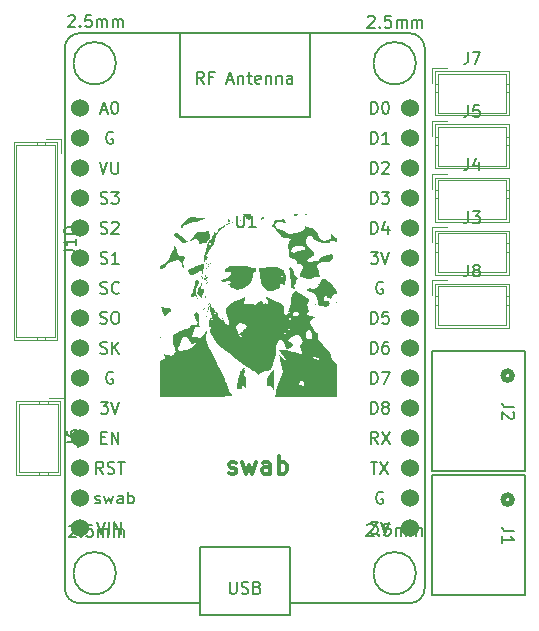
<source format=gbr>
%TF.GenerationSoftware,KiCad,Pcbnew,8.0.6*%
%TF.CreationDate,2025-03-28T19:17:51-04:00*%
%TF.ProjectId,Microcontroller boards,4d696372-6f63-46f6-9e74-726f6c6c6572,rev?*%
%TF.SameCoordinates,Original*%
%TF.FileFunction,Legend,Top*%
%TF.FilePolarity,Positive*%
%FSLAX46Y46*%
G04 Gerber Fmt 4.6, Leading zero omitted, Abs format (unit mm)*
G04 Created by KiCad (PCBNEW 8.0.6) date 2025-03-28 19:17:51*
%MOMM*%
%LPD*%
G01*
G04 APERTURE LIST*
%ADD10C,0.150000*%
%ADD11C,0.300000*%
%ADD12C,0.120000*%
%ADD13C,0.152400*%
%ADD14C,0.508000*%
%ADD15C,0.000000*%
%ADD16C,1.524000*%
G04 APERTURE END LIST*
D10*
X101675219Y-93730533D02*
X102389504Y-93730533D01*
X102389504Y-93730533D02*
X102532361Y-93778152D01*
X102532361Y-93778152D02*
X102627600Y-93873390D01*
X102627600Y-93873390D02*
X102675219Y-94016247D01*
X102675219Y-94016247D02*
X102675219Y-94111485D01*
X101675219Y-92825771D02*
X101675219Y-93016247D01*
X101675219Y-93016247D02*
X101722838Y-93111485D01*
X101722838Y-93111485D02*
X101770457Y-93159104D01*
X101770457Y-93159104D02*
X101913314Y-93254342D01*
X101913314Y-93254342D02*
X102103790Y-93301961D01*
X102103790Y-93301961D02*
X102484742Y-93301961D01*
X102484742Y-93301961D02*
X102579980Y-93254342D01*
X102579980Y-93254342D02*
X102627600Y-93206723D01*
X102627600Y-93206723D02*
X102675219Y-93111485D01*
X102675219Y-93111485D02*
X102675219Y-92921009D01*
X102675219Y-92921009D02*
X102627600Y-92825771D01*
X102627600Y-92825771D02*
X102579980Y-92778152D01*
X102579980Y-92778152D02*
X102484742Y-92730533D01*
X102484742Y-92730533D02*
X102246647Y-92730533D01*
X102246647Y-92730533D02*
X102151409Y-92778152D01*
X102151409Y-92778152D02*
X102103790Y-92825771D01*
X102103790Y-92825771D02*
X102056171Y-92921009D01*
X102056171Y-92921009D02*
X102056171Y-93111485D01*
X102056171Y-93111485D02*
X102103790Y-93206723D01*
X102103790Y-93206723D02*
X102151409Y-93254342D01*
X102151409Y-93254342D02*
X102246647Y-93301961D01*
X127105067Y-100743657D02*
X127152686Y-100696038D01*
X127152686Y-100696038D02*
X127247924Y-100648419D01*
X127247924Y-100648419D02*
X127486019Y-100648419D01*
X127486019Y-100648419D02*
X127581257Y-100696038D01*
X127581257Y-100696038D02*
X127628876Y-100743657D01*
X127628876Y-100743657D02*
X127676495Y-100838895D01*
X127676495Y-100838895D02*
X127676495Y-100934133D01*
X127676495Y-100934133D02*
X127628876Y-101076990D01*
X127628876Y-101076990D02*
X127057448Y-101648419D01*
X127057448Y-101648419D02*
X127676495Y-101648419D01*
X128105067Y-101553180D02*
X128152686Y-101600800D01*
X128152686Y-101600800D02*
X128105067Y-101648419D01*
X128105067Y-101648419D02*
X128057448Y-101600800D01*
X128057448Y-101600800D02*
X128105067Y-101553180D01*
X128105067Y-101553180D02*
X128105067Y-101648419D01*
X129057447Y-100648419D02*
X128581257Y-100648419D01*
X128581257Y-100648419D02*
X128533638Y-101124609D01*
X128533638Y-101124609D02*
X128581257Y-101076990D01*
X128581257Y-101076990D02*
X128676495Y-101029371D01*
X128676495Y-101029371D02*
X128914590Y-101029371D01*
X128914590Y-101029371D02*
X129009828Y-101076990D01*
X129009828Y-101076990D02*
X129057447Y-101124609D01*
X129057447Y-101124609D02*
X129105066Y-101219847D01*
X129105066Y-101219847D02*
X129105066Y-101457942D01*
X129105066Y-101457942D02*
X129057447Y-101553180D01*
X129057447Y-101553180D02*
X129009828Y-101600800D01*
X129009828Y-101600800D02*
X128914590Y-101648419D01*
X128914590Y-101648419D02*
X128676495Y-101648419D01*
X128676495Y-101648419D02*
X128581257Y-101600800D01*
X128581257Y-101600800D02*
X128533638Y-101553180D01*
X129533638Y-101648419D02*
X129533638Y-100981752D01*
X129533638Y-101076990D02*
X129581257Y-101029371D01*
X129581257Y-101029371D02*
X129676495Y-100981752D01*
X129676495Y-100981752D02*
X129819352Y-100981752D01*
X129819352Y-100981752D02*
X129914590Y-101029371D01*
X129914590Y-101029371D02*
X129962209Y-101124609D01*
X129962209Y-101124609D02*
X129962209Y-101648419D01*
X129962209Y-101124609D02*
X130009828Y-101029371D01*
X130009828Y-101029371D02*
X130105066Y-100981752D01*
X130105066Y-100981752D02*
X130247923Y-100981752D01*
X130247923Y-100981752D02*
X130343162Y-101029371D01*
X130343162Y-101029371D02*
X130390781Y-101124609D01*
X130390781Y-101124609D02*
X130390781Y-101648419D01*
X130866971Y-101648419D02*
X130866971Y-100981752D01*
X130866971Y-101076990D02*
X130914590Y-101029371D01*
X130914590Y-101029371D02*
X131009828Y-100981752D01*
X131009828Y-100981752D02*
X131152685Y-100981752D01*
X131152685Y-100981752D02*
X131247923Y-101029371D01*
X131247923Y-101029371D02*
X131295542Y-101124609D01*
X131295542Y-101124609D02*
X131295542Y-101648419D01*
X131295542Y-101124609D02*
X131343161Y-101029371D01*
X131343161Y-101029371D02*
X131438399Y-100981752D01*
X131438399Y-100981752D02*
X131581256Y-100981752D01*
X131581256Y-100981752D02*
X131676495Y-101029371D01*
X131676495Y-101029371D02*
X131724114Y-101124609D01*
X131724114Y-101124609D02*
X131724114Y-101648419D01*
X127181267Y-57741457D02*
X127228886Y-57693838D01*
X127228886Y-57693838D02*
X127324124Y-57646219D01*
X127324124Y-57646219D02*
X127562219Y-57646219D01*
X127562219Y-57646219D02*
X127657457Y-57693838D01*
X127657457Y-57693838D02*
X127705076Y-57741457D01*
X127705076Y-57741457D02*
X127752695Y-57836695D01*
X127752695Y-57836695D02*
X127752695Y-57931933D01*
X127752695Y-57931933D02*
X127705076Y-58074790D01*
X127705076Y-58074790D02*
X127133648Y-58646219D01*
X127133648Y-58646219D02*
X127752695Y-58646219D01*
X128181267Y-58550980D02*
X128228886Y-58598600D01*
X128228886Y-58598600D02*
X128181267Y-58646219D01*
X128181267Y-58646219D02*
X128133648Y-58598600D01*
X128133648Y-58598600D02*
X128181267Y-58550980D01*
X128181267Y-58550980D02*
X128181267Y-58646219D01*
X129133647Y-57646219D02*
X128657457Y-57646219D01*
X128657457Y-57646219D02*
X128609838Y-58122409D01*
X128609838Y-58122409D02*
X128657457Y-58074790D01*
X128657457Y-58074790D02*
X128752695Y-58027171D01*
X128752695Y-58027171D02*
X128990790Y-58027171D01*
X128990790Y-58027171D02*
X129086028Y-58074790D01*
X129086028Y-58074790D02*
X129133647Y-58122409D01*
X129133647Y-58122409D02*
X129181266Y-58217647D01*
X129181266Y-58217647D02*
X129181266Y-58455742D01*
X129181266Y-58455742D02*
X129133647Y-58550980D01*
X129133647Y-58550980D02*
X129086028Y-58598600D01*
X129086028Y-58598600D02*
X128990790Y-58646219D01*
X128990790Y-58646219D02*
X128752695Y-58646219D01*
X128752695Y-58646219D02*
X128657457Y-58598600D01*
X128657457Y-58598600D02*
X128609838Y-58550980D01*
X129609838Y-58646219D02*
X129609838Y-57979552D01*
X129609838Y-58074790D02*
X129657457Y-58027171D01*
X129657457Y-58027171D02*
X129752695Y-57979552D01*
X129752695Y-57979552D02*
X129895552Y-57979552D01*
X129895552Y-57979552D02*
X129990790Y-58027171D01*
X129990790Y-58027171D02*
X130038409Y-58122409D01*
X130038409Y-58122409D02*
X130038409Y-58646219D01*
X130038409Y-58122409D02*
X130086028Y-58027171D01*
X130086028Y-58027171D02*
X130181266Y-57979552D01*
X130181266Y-57979552D02*
X130324123Y-57979552D01*
X130324123Y-57979552D02*
X130419362Y-58027171D01*
X130419362Y-58027171D02*
X130466981Y-58122409D01*
X130466981Y-58122409D02*
X130466981Y-58646219D01*
X130943171Y-58646219D02*
X130943171Y-57979552D01*
X130943171Y-58074790D02*
X130990790Y-58027171D01*
X130990790Y-58027171D02*
X131086028Y-57979552D01*
X131086028Y-57979552D02*
X131228885Y-57979552D01*
X131228885Y-57979552D02*
X131324123Y-58027171D01*
X131324123Y-58027171D02*
X131371742Y-58122409D01*
X131371742Y-58122409D02*
X131371742Y-58646219D01*
X131371742Y-58122409D02*
X131419361Y-58027171D01*
X131419361Y-58027171D02*
X131514599Y-57979552D01*
X131514599Y-57979552D02*
X131657456Y-57979552D01*
X131657456Y-57979552D02*
X131752695Y-58027171D01*
X131752695Y-58027171D02*
X131800314Y-58122409D01*
X131800314Y-58122409D02*
X131800314Y-58646219D01*
X135666666Y-65204819D02*
X135666666Y-65919104D01*
X135666666Y-65919104D02*
X135619047Y-66061961D01*
X135619047Y-66061961D02*
X135523809Y-66157200D01*
X135523809Y-66157200D02*
X135380952Y-66204819D01*
X135380952Y-66204819D02*
X135285714Y-66204819D01*
X136619047Y-65204819D02*
X136142857Y-65204819D01*
X136142857Y-65204819D02*
X136095238Y-65681009D01*
X136095238Y-65681009D02*
X136142857Y-65633390D01*
X136142857Y-65633390D02*
X136238095Y-65585771D01*
X136238095Y-65585771D02*
X136476190Y-65585771D01*
X136476190Y-65585771D02*
X136571428Y-65633390D01*
X136571428Y-65633390D02*
X136619047Y-65681009D01*
X136619047Y-65681009D02*
X136666666Y-65776247D01*
X136666666Y-65776247D02*
X136666666Y-66014342D01*
X136666666Y-66014342D02*
X136619047Y-66109580D01*
X136619047Y-66109580D02*
X136571428Y-66157200D01*
X136571428Y-66157200D02*
X136476190Y-66204819D01*
X136476190Y-66204819D02*
X136238095Y-66204819D01*
X136238095Y-66204819D02*
X136142857Y-66157200D01*
X136142857Y-66157200D02*
X136095238Y-66109580D01*
X101446619Y-77511123D02*
X102160904Y-77511123D01*
X102160904Y-77511123D02*
X102303761Y-77558742D01*
X102303761Y-77558742D02*
X102399000Y-77653980D01*
X102399000Y-77653980D02*
X102446619Y-77796837D01*
X102446619Y-77796837D02*
X102446619Y-77892075D01*
X102446619Y-76511123D02*
X102446619Y-77082551D01*
X102446619Y-76796837D02*
X101446619Y-76796837D01*
X101446619Y-76796837D02*
X101589476Y-76892075D01*
X101589476Y-76892075D02*
X101684714Y-76987313D01*
X101684714Y-76987313D02*
X101732333Y-77082551D01*
X101446619Y-75892075D02*
X101446619Y-75796837D01*
X101446619Y-75796837D02*
X101494238Y-75701599D01*
X101494238Y-75701599D02*
X101541857Y-75653980D01*
X101541857Y-75653980D02*
X101637095Y-75606361D01*
X101637095Y-75606361D02*
X101827571Y-75558742D01*
X101827571Y-75558742D02*
X102065666Y-75558742D01*
X102065666Y-75558742D02*
X102256142Y-75606361D01*
X102256142Y-75606361D02*
X102351380Y-75653980D01*
X102351380Y-75653980D02*
X102399000Y-75701599D01*
X102399000Y-75701599D02*
X102446619Y-75796837D01*
X102446619Y-75796837D02*
X102446619Y-75892075D01*
X102446619Y-75892075D02*
X102399000Y-75987313D01*
X102399000Y-75987313D02*
X102351380Y-76034932D01*
X102351380Y-76034932D02*
X102256142Y-76082551D01*
X102256142Y-76082551D02*
X102065666Y-76130170D01*
X102065666Y-76130170D02*
X101827571Y-76130170D01*
X101827571Y-76130170D02*
X101637095Y-76082551D01*
X101637095Y-76082551D02*
X101541857Y-76034932D01*
X101541857Y-76034932D02*
X101494238Y-75987313D01*
X101494238Y-75987313D02*
X101446619Y-75892075D01*
X135666666Y-74204819D02*
X135666666Y-74919104D01*
X135666666Y-74919104D02*
X135619047Y-75061961D01*
X135619047Y-75061961D02*
X135523809Y-75157200D01*
X135523809Y-75157200D02*
X135380952Y-75204819D01*
X135380952Y-75204819D02*
X135285714Y-75204819D01*
X136047619Y-74204819D02*
X136666666Y-74204819D01*
X136666666Y-74204819D02*
X136333333Y-74585771D01*
X136333333Y-74585771D02*
X136476190Y-74585771D01*
X136476190Y-74585771D02*
X136571428Y-74633390D01*
X136571428Y-74633390D02*
X136619047Y-74681009D01*
X136619047Y-74681009D02*
X136666666Y-74776247D01*
X136666666Y-74776247D02*
X136666666Y-75014342D01*
X136666666Y-75014342D02*
X136619047Y-75109580D01*
X136619047Y-75109580D02*
X136571428Y-75157200D01*
X136571428Y-75157200D02*
X136476190Y-75204819D01*
X136476190Y-75204819D02*
X136190476Y-75204819D01*
X136190476Y-75204819D02*
X136095238Y-75157200D01*
X136095238Y-75157200D02*
X136047619Y-75109580D01*
X135666666Y-69704819D02*
X135666666Y-70419104D01*
X135666666Y-70419104D02*
X135619047Y-70561961D01*
X135619047Y-70561961D02*
X135523809Y-70657200D01*
X135523809Y-70657200D02*
X135380952Y-70704819D01*
X135380952Y-70704819D02*
X135285714Y-70704819D01*
X136571428Y-70038152D02*
X136571428Y-70704819D01*
X136333333Y-69657200D02*
X136095238Y-70371485D01*
X136095238Y-70371485D02*
X136714285Y-70371485D01*
X135666666Y-78704819D02*
X135666666Y-79419104D01*
X135666666Y-79419104D02*
X135619047Y-79561961D01*
X135619047Y-79561961D02*
X135523809Y-79657200D01*
X135523809Y-79657200D02*
X135380952Y-79704819D01*
X135380952Y-79704819D02*
X135285714Y-79704819D01*
X136285714Y-79133390D02*
X136190476Y-79085771D01*
X136190476Y-79085771D02*
X136142857Y-79038152D01*
X136142857Y-79038152D02*
X136095238Y-78942914D01*
X136095238Y-78942914D02*
X136095238Y-78895295D01*
X136095238Y-78895295D02*
X136142857Y-78800057D01*
X136142857Y-78800057D02*
X136190476Y-78752438D01*
X136190476Y-78752438D02*
X136285714Y-78704819D01*
X136285714Y-78704819D02*
X136476190Y-78704819D01*
X136476190Y-78704819D02*
X136571428Y-78752438D01*
X136571428Y-78752438D02*
X136619047Y-78800057D01*
X136619047Y-78800057D02*
X136666666Y-78895295D01*
X136666666Y-78895295D02*
X136666666Y-78942914D01*
X136666666Y-78942914D02*
X136619047Y-79038152D01*
X136619047Y-79038152D02*
X136571428Y-79085771D01*
X136571428Y-79085771D02*
X136476190Y-79133390D01*
X136476190Y-79133390D02*
X136285714Y-79133390D01*
X136285714Y-79133390D02*
X136190476Y-79181009D01*
X136190476Y-79181009D02*
X136142857Y-79228628D01*
X136142857Y-79228628D02*
X136095238Y-79323866D01*
X136095238Y-79323866D02*
X136095238Y-79514342D01*
X136095238Y-79514342D02*
X136142857Y-79609580D01*
X136142857Y-79609580D02*
X136190476Y-79657200D01*
X136190476Y-79657200D02*
X136285714Y-79704819D01*
X136285714Y-79704819D02*
X136476190Y-79704819D01*
X136476190Y-79704819D02*
X136571428Y-79657200D01*
X136571428Y-79657200D02*
X136619047Y-79609580D01*
X136619047Y-79609580D02*
X136666666Y-79514342D01*
X136666666Y-79514342D02*
X136666666Y-79323866D01*
X136666666Y-79323866D02*
X136619047Y-79228628D01*
X136619047Y-79228628D02*
X136571428Y-79181009D01*
X136571428Y-79181009D02*
X136476190Y-79133390D01*
X101806667Y-57690657D02*
X101854286Y-57643038D01*
X101854286Y-57643038D02*
X101949524Y-57595419D01*
X101949524Y-57595419D02*
X102187619Y-57595419D01*
X102187619Y-57595419D02*
X102282857Y-57643038D01*
X102282857Y-57643038D02*
X102330476Y-57690657D01*
X102330476Y-57690657D02*
X102378095Y-57785895D01*
X102378095Y-57785895D02*
X102378095Y-57881133D01*
X102378095Y-57881133D02*
X102330476Y-58023990D01*
X102330476Y-58023990D02*
X101759048Y-58595419D01*
X101759048Y-58595419D02*
X102378095Y-58595419D01*
X102806667Y-58500180D02*
X102854286Y-58547800D01*
X102854286Y-58547800D02*
X102806667Y-58595419D01*
X102806667Y-58595419D02*
X102759048Y-58547800D01*
X102759048Y-58547800D02*
X102806667Y-58500180D01*
X102806667Y-58500180D02*
X102806667Y-58595419D01*
X103759047Y-57595419D02*
X103282857Y-57595419D01*
X103282857Y-57595419D02*
X103235238Y-58071609D01*
X103235238Y-58071609D02*
X103282857Y-58023990D01*
X103282857Y-58023990D02*
X103378095Y-57976371D01*
X103378095Y-57976371D02*
X103616190Y-57976371D01*
X103616190Y-57976371D02*
X103711428Y-58023990D01*
X103711428Y-58023990D02*
X103759047Y-58071609D01*
X103759047Y-58071609D02*
X103806666Y-58166847D01*
X103806666Y-58166847D02*
X103806666Y-58404942D01*
X103806666Y-58404942D02*
X103759047Y-58500180D01*
X103759047Y-58500180D02*
X103711428Y-58547800D01*
X103711428Y-58547800D02*
X103616190Y-58595419D01*
X103616190Y-58595419D02*
X103378095Y-58595419D01*
X103378095Y-58595419D02*
X103282857Y-58547800D01*
X103282857Y-58547800D02*
X103235238Y-58500180D01*
X104235238Y-58595419D02*
X104235238Y-57928752D01*
X104235238Y-58023990D02*
X104282857Y-57976371D01*
X104282857Y-57976371D02*
X104378095Y-57928752D01*
X104378095Y-57928752D02*
X104520952Y-57928752D01*
X104520952Y-57928752D02*
X104616190Y-57976371D01*
X104616190Y-57976371D02*
X104663809Y-58071609D01*
X104663809Y-58071609D02*
X104663809Y-58595419D01*
X104663809Y-58071609D02*
X104711428Y-57976371D01*
X104711428Y-57976371D02*
X104806666Y-57928752D01*
X104806666Y-57928752D02*
X104949523Y-57928752D01*
X104949523Y-57928752D02*
X105044762Y-57976371D01*
X105044762Y-57976371D02*
X105092381Y-58071609D01*
X105092381Y-58071609D02*
X105092381Y-58595419D01*
X105568571Y-58595419D02*
X105568571Y-57928752D01*
X105568571Y-58023990D02*
X105616190Y-57976371D01*
X105616190Y-57976371D02*
X105711428Y-57928752D01*
X105711428Y-57928752D02*
X105854285Y-57928752D01*
X105854285Y-57928752D02*
X105949523Y-57976371D01*
X105949523Y-57976371D02*
X105997142Y-58071609D01*
X105997142Y-58071609D02*
X105997142Y-58595419D01*
X105997142Y-58071609D02*
X106044761Y-57976371D01*
X106044761Y-57976371D02*
X106139999Y-57928752D01*
X106139999Y-57928752D02*
X106282856Y-57928752D01*
X106282856Y-57928752D02*
X106378095Y-57976371D01*
X106378095Y-57976371D02*
X106425714Y-58071609D01*
X106425714Y-58071609D02*
X106425714Y-58595419D01*
X139562580Y-90771566D02*
X138848295Y-90771566D01*
X138848295Y-90771566D02*
X138705438Y-90723947D01*
X138705438Y-90723947D02*
X138610200Y-90628709D01*
X138610200Y-90628709D02*
X138562580Y-90485852D01*
X138562580Y-90485852D02*
X138562580Y-90390614D01*
X139467342Y-91200138D02*
X139514961Y-91247757D01*
X139514961Y-91247757D02*
X139562580Y-91342995D01*
X139562580Y-91342995D02*
X139562580Y-91581090D01*
X139562580Y-91581090D02*
X139514961Y-91676328D01*
X139514961Y-91676328D02*
X139467342Y-91723947D01*
X139467342Y-91723947D02*
X139372104Y-91771566D01*
X139372104Y-91771566D02*
X139276866Y-91771566D01*
X139276866Y-91771566D02*
X139134009Y-91723947D01*
X139134009Y-91723947D02*
X138562580Y-91152519D01*
X138562580Y-91152519D02*
X138562580Y-91771566D01*
X116103495Y-74562619D02*
X116103495Y-75372142D01*
X116103495Y-75372142D02*
X116151114Y-75467380D01*
X116151114Y-75467380D02*
X116198733Y-75515000D01*
X116198733Y-75515000D02*
X116293971Y-75562619D01*
X116293971Y-75562619D02*
X116484447Y-75562619D01*
X116484447Y-75562619D02*
X116579685Y-75515000D01*
X116579685Y-75515000D02*
X116627304Y-75467380D01*
X116627304Y-75467380D02*
X116674923Y-75372142D01*
X116674923Y-75372142D02*
X116674923Y-74562619D01*
X117674923Y-75562619D02*
X117103495Y-75562619D01*
X117389209Y-75562619D02*
X117389209Y-74562619D01*
X117389209Y-74562619D02*
X117293971Y-74705476D01*
X117293971Y-74705476D02*
X117198733Y-74800714D01*
X117198733Y-74800714D02*
X117103495Y-74848333D01*
X128013333Y-93864819D02*
X127680000Y-93388628D01*
X127441905Y-93864819D02*
X127441905Y-92864819D01*
X127441905Y-92864819D02*
X127822857Y-92864819D01*
X127822857Y-92864819D02*
X127918095Y-92912438D01*
X127918095Y-92912438D02*
X127965714Y-92960057D01*
X127965714Y-92960057D02*
X128013333Y-93055295D01*
X128013333Y-93055295D02*
X128013333Y-93198152D01*
X128013333Y-93198152D02*
X127965714Y-93293390D01*
X127965714Y-93293390D02*
X127918095Y-93341009D01*
X127918095Y-93341009D02*
X127822857Y-93388628D01*
X127822857Y-93388628D02*
X127441905Y-93388628D01*
X128346667Y-92864819D02*
X129013333Y-93864819D01*
X129013333Y-92864819D02*
X128346667Y-93864819D01*
X105581904Y-87832438D02*
X105486666Y-87784819D01*
X105486666Y-87784819D02*
X105343809Y-87784819D01*
X105343809Y-87784819D02*
X105200952Y-87832438D01*
X105200952Y-87832438D02*
X105105714Y-87927676D01*
X105105714Y-87927676D02*
X105058095Y-88022914D01*
X105058095Y-88022914D02*
X105010476Y-88213390D01*
X105010476Y-88213390D02*
X105010476Y-88356247D01*
X105010476Y-88356247D02*
X105058095Y-88546723D01*
X105058095Y-88546723D02*
X105105714Y-88641961D01*
X105105714Y-88641961D02*
X105200952Y-88737200D01*
X105200952Y-88737200D02*
X105343809Y-88784819D01*
X105343809Y-88784819D02*
X105439047Y-88784819D01*
X105439047Y-88784819D02*
X105581904Y-88737200D01*
X105581904Y-88737200D02*
X105629523Y-88689580D01*
X105629523Y-88689580D02*
X105629523Y-88356247D01*
X105629523Y-88356247D02*
X105439047Y-88356247D01*
X104534286Y-86197200D02*
X104677143Y-86244819D01*
X104677143Y-86244819D02*
X104915238Y-86244819D01*
X104915238Y-86244819D02*
X105010476Y-86197200D01*
X105010476Y-86197200D02*
X105058095Y-86149580D01*
X105058095Y-86149580D02*
X105105714Y-86054342D01*
X105105714Y-86054342D02*
X105105714Y-85959104D01*
X105105714Y-85959104D02*
X105058095Y-85863866D01*
X105058095Y-85863866D02*
X105010476Y-85816247D01*
X105010476Y-85816247D02*
X104915238Y-85768628D01*
X104915238Y-85768628D02*
X104724762Y-85721009D01*
X104724762Y-85721009D02*
X104629524Y-85673390D01*
X104629524Y-85673390D02*
X104581905Y-85625771D01*
X104581905Y-85625771D02*
X104534286Y-85530533D01*
X104534286Y-85530533D02*
X104534286Y-85435295D01*
X104534286Y-85435295D02*
X104581905Y-85340057D01*
X104581905Y-85340057D02*
X104629524Y-85292438D01*
X104629524Y-85292438D02*
X104724762Y-85244819D01*
X104724762Y-85244819D02*
X104962857Y-85244819D01*
X104962857Y-85244819D02*
X105105714Y-85292438D01*
X105534286Y-86244819D02*
X105534286Y-85244819D01*
X106105714Y-86244819D02*
X105677143Y-85673390D01*
X106105714Y-85244819D02*
X105534286Y-85816247D01*
X127441905Y-83704819D02*
X127441905Y-82704819D01*
X127441905Y-82704819D02*
X127680000Y-82704819D01*
X127680000Y-82704819D02*
X127822857Y-82752438D01*
X127822857Y-82752438D02*
X127918095Y-82847676D01*
X127918095Y-82847676D02*
X127965714Y-82942914D01*
X127965714Y-82942914D02*
X128013333Y-83133390D01*
X128013333Y-83133390D02*
X128013333Y-83276247D01*
X128013333Y-83276247D02*
X127965714Y-83466723D01*
X127965714Y-83466723D02*
X127918095Y-83561961D01*
X127918095Y-83561961D02*
X127822857Y-83657200D01*
X127822857Y-83657200D02*
X127680000Y-83704819D01*
X127680000Y-83704819D02*
X127441905Y-83704819D01*
X128918095Y-82704819D02*
X128441905Y-82704819D01*
X128441905Y-82704819D02*
X128394286Y-83181009D01*
X128394286Y-83181009D02*
X128441905Y-83133390D01*
X128441905Y-83133390D02*
X128537143Y-83085771D01*
X128537143Y-83085771D02*
X128775238Y-83085771D01*
X128775238Y-83085771D02*
X128870476Y-83133390D01*
X128870476Y-83133390D02*
X128918095Y-83181009D01*
X128918095Y-83181009D02*
X128965714Y-83276247D01*
X128965714Y-83276247D02*
X128965714Y-83514342D01*
X128965714Y-83514342D02*
X128918095Y-83609580D01*
X128918095Y-83609580D02*
X128870476Y-83657200D01*
X128870476Y-83657200D02*
X128775238Y-83704819D01*
X128775238Y-83704819D02*
X128537143Y-83704819D01*
X128537143Y-83704819D02*
X128441905Y-83657200D01*
X128441905Y-83657200D02*
X128394286Y-83609580D01*
X127441905Y-65924819D02*
X127441905Y-64924819D01*
X127441905Y-64924819D02*
X127680000Y-64924819D01*
X127680000Y-64924819D02*
X127822857Y-64972438D01*
X127822857Y-64972438D02*
X127918095Y-65067676D01*
X127918095Y-65067676D02*
X127965714Y-65162914D01*
X127965714Y-65162914D02*
X128013333Y-65353390D01*
X128013333Y-65353390D02*
X128013333Y-65496247D01*
X128013333Y-65496247D02*
X127965714Y-65686723D01*
X127965714Y-65686723D02*
X127918095Y-65781961D01*
X127918095Y-65781961D02*
X127822857Y-65877200D01*
X127822857Y-65877200D02*
X127680000Y-65924819D01*
X127680000Y-65924819D02*
X127441905Y-65924819D01*
X128632381Y-64924819D02*
X128727619Y-64924819D01*
X128727619Y-64924819D02*
X128822857Y-64972438D01*
X128822857Y-64972438D02*
X128870476Y-65020057D01*
X128870476Y-65020057D02*
X128918095Y-65115295D01*
X128918095Y-65115295D02*
X128965714Y-65305771D01*
X128965714Y-65305771D02*
X128965714Y-65543866D01*
X128965714Y-65543866D02*
X128918095Y-65734342D01*
X128918095Y-65734342D02*
X128870476Y-65829580D01*
X128870476Y-65829580D02*
X128822857Y-65877200D01*
X128822857Y-65877200D02*
X128727619Y-65924819D01*
X128727619Y-65924819D02*
X128632381Y-65924819D01*
X128632381Y-65924819D02*
X128537143Y-65877200D01*
X128537143Y-65877200D02*
X128489524Y-65829580D01*
X128489524Y-65829580D02*
X128441905Y-65734342D01*
X128441905Y-65734342D02*
X128394286Y-65543866D01*
X128394286Y-65543866D02*
X128394286Y-65305771D01*
X128394286Y-65305771D02*
X128441905Y-65115295D01*
X128441905Y-65115295D02*
X128489524Y-65020057D01*
X128489524Y-65020057D02*
X128537143Y-64972438D01*
X128537143Y-64972438D02*
X128632381Y-64924819D01*
X104097343Y-98883000D02*
X104192581Y-98930619D01*
X104192581Y-98930619D02*
X104383057Y-98930619D01*
X104383057Y-98930619D02*
X104478295Y-98883000D01*
X104478295Y-98883000D02*
X104525914Y-98787761D01*
X104525914Y-98787761D02*
X104525914Y-98740142D01*
X104525914Y-98740142D02*
X104478295Y-98644904D01*
X104478295Y-98644904D02*
X104383057Y-98597285D01*
X104383057Y-98597285D02*
X104240200Y-98597285D01*
X104240200Y-98597285D02*
X104144962Y-98549666D01*
X104144962Y-98549666D02*
X104097343Y-98454428D01*
X104097343Y-98454428D02*
X104097343Y-98406809D01*
X104097343Y-98406809D02*
X104144962Y-98311571D01*
X104144962Y-98311571D02*
X104240200Y-98263952D01*
X104240200Y-98263952D02*
X104383057Y-98263952D01*
X104383057Y-98263952D02*
X104478295Y-98311571D01*
X104859248Y-98263952D02*
X105049724Y-98930619D01*
X105049724Y-98930619D02*
X105240200Y-98454428D01*
X105240200Y-98454428D02*
X105430676Y-98930619D01*
X105430676Y-98930619D02*
X105621152Y-98263952D01*
X106430676Y-98930619D02*
X106430676Y-98406809D01*
X106430676Y-98406809D02*
X106383057Y-98311571D01*
X106383057Y-98311571D02*
X106287819Y-98263952D01*
X106287819Y-98263952D02*
X106097343Y-98263952D01*
X106097343Y-98263952D02*
X106002105Y-98311571D01*
X106430676Y-98883000D02*
X106335438Y-98930619D01*
X106335438Y-98930619D02*
X106097343Y-98930619D01*
X106097343Y-98930619D02*
X106002105Y-98883000D01*
X106002105Y-98883000D02*
X105954486Y-98787761D01*
X105954486Y-98787761D02*
X105954486Y-98692523D01*
X105954486Y-98692523D02*
X106002105Y-98597285D01*
X106002105Y-98597285D02*
X106097343Y-98549666D01*
X106097343Y-98549666D02*
X106335438Y-98549666D01*
X106335438Y-98549666D02*
X106430676Y-98502047D01*
X106906867Y-98930619D02*
X106906867Y-97930619D01*
X106906867Y-98311571D02*
X107002105Y-98263952D01*
X107002105Y-98263952D02*
X107192581Y-98263952D01*
X107192581Y-98263952D02*
X107287819Y-98311571D01*
X107287819Y-98311571D02*
X107335438Y-98359190D01*
X107335438Y-98359190D02*
X107383057Y-98454428D01*
X107383057Y-98454428D02*
X107383057Y-98740142D01*
X107383057Y-98740142D02*
X107335438Y-98835380D01*
X107335438Y-98835380D02*
X107287819Y-98883000D01*
X107287819Y-98883000D02*
X107192581Y-98930619D01*
X107192581Y-98930619D02*
X107002105Y-98930619D01*
X107002105Y-98930619D02*
X106906867Y-98883000D01*
X104605714Y-65639104D02*
X105081904Y-65639104D01*
X104510476Y-65924819D02*
X104843809Y-64924819D01*
X104843809Y-64924819D02*
X105177142Y-65924819D01*
X105700952Y-64924819D02*
X105796190Y-64924819D01*
X105796190Y-64924819D02*
X105891428Y-64972438D01*
X105891428Y-64972438D02*
X105939047Y-65020057D01*
X105939047Y-65020057D02*
X105986666Y-65115295D01*
X105986666Y-65115295D02*
X106034285Y-65305771D01*
X106034285Y-65305771D02*
X106034285Y-65543866D01*
X106034285Y-65543866D02*
X105986666Y-65734342D01*
X105986666Y-65734342D02*
X105939047Y-65829580D01*
X105939047Y-65829580D02*
X105891428Y-65877200D01*
X105891428Y-65877200D02*
X105796190Y-65924819D01*
X105796190Y-65924819D02*
X105700952Y-65924819D01*
X105700952Y-65924819D02*
X105605714Y-65877200D01*
X105605714Y-65877200D02*
X105558095Y-65829580D01*
X105558095Y-65829580D02*
X105510476Y-65734342D01*
X105510476Y-65734342D02*
X105462857Y-65543866D01*
X105462857Y-65543866D02*
X105462857Y-65305771D01*
X105462857Y-65305771D02*
X105510476Y-65115295D01*
X105510476Y-65115295D02*
X105558095Y-65020057D01*
X105558095Y-65020057D02*
X105605714Y-64972438D01*
X105605714Y-64972438D02*
X105700952Y-64924819D01*
X127441905Y-86244819D02*
X127441905Y-85244819D01*
X127441905Y-85244819D02*
X127680000Y-85244819D01*
X127680000Y-85244819D02*
X127822857Y-85292438D01*
X127822857Y-85292438D02*
X127918095Y-85387676D01*
X127918095Y-85387676D02*
X127965714Y-85482914D01*
X127965714Y-85482914D02*
X128013333Y-85673390D01*
X128013333Y-85673390D02*
X128013333Y-85816247D01*
X128013333Y-85816247D02*
X127965714Y-86006723D01*
X127965714Y-86006723D02*
X127918095Y-86101961D01*
X127918095Y-86101961D02*
X127822857Y-86197200D01*
X127822857Y-86197200D02*
X127680000Y-86244819D01*
X127680000Y-86244819D02*
X127441905Y-86244819D01*
X128870476Y-85244819D02*
X128680000Y-85244819D01*
X128680000Y-85244819D02*
X128584762Y-85292438D01*
X128584762Y-85292438D02*
X128537143Y-85340057D01*
X128537143Y-85340057D02*
X128441905Y-85482914D01*
X128441905Y-85482914D02*
X128394286Y-85673390D01*
X128394286Y-85673390D02*
X128394286Y-86054342D01*
X128394286Y-86054342D02*
X128441905Y-86149580D01*
X128441905Y-86149580D02*
X128489524Y-86197200D01*
X128489524Y-86197200D02*
X128584762Y-86244819D01*
X128584762Y-86244819D02*
X128775238Y-86244819D01*
X128775238Y-86244819D02*
X128870476Y-86197200D01*
X128870476Y-86197200D02*
X128918095Y-86149580D01*
X128918095Y-86149580D02*
X128965714Y-86054342D01*
X128965714Y-86054342D02*
X128965714Y-85816247D01*
X128965714Y-85816247D02*
X128918095Y-85721009D01*
X128918095Y-85721009D02*
X128870476Y-85673390D01*
X128870476Y-85673390D02*
X128775238Y-85625771D01*
X128775238Y-85625771D02*
X128584762Y-85625771D01*
X128584762Y-85625771D02*
X128489524Y-85673390D01*
X128489524Y-85673390D02*
X128441905Y-85721009D01*
X128441905Y-85721009D02*
X128394286Y-85816247D01*
X128441904Y-97992438D02*
X128346666Y-97944819D01*
X128346666Y-97944819D02*
X128203809Y-97944819D01*
X128203809Y-97944819D02*
X128060952Y-97992438D01*
X128060952Y-97992438D02*
X127965714Y-98087676D01*
X127965714Y-98087676D02*
X127918095Y-98182914D01*
X127918095Y-98182914D02*
X127870476Y-98373390D01*
X127870476Y-98373390D02*
X127870476Y-98516247D01*
X127870476Y-98516247D02*
X127918095Y-98706723D01*
X127918095Y-98706723D02*
X127965714Y-98801961D01*
X127965714Y-98801961D02*
X128060952Y-98897200D01*
X128060952Y-98897200D02*
X128203809Y-98944819D01*
X128203809Y-98944819D02*
X128299047Y-98944819D01*
X128299047Y-98944819D02*
X128441904Y-98897200D01*
X128441904Y-98897200D02*
X128489523Y-98849580D01*
X128489523Y-98849580D02*
X128489523Y-98516247D01*
X128489523Y-98516247D02*
X128299047Y-98516247D01*
X127418095Y-95404819D02*
X127989523Y-95404819D01*
X127703809Y-96404819D02*
X127703809Y-95404819D01*
X128227619Y-95404819D02*
X128894285Y-96404819D01*
X128894285Y-95404819D02*
X128227619Y-96404819D01*
X127441905Y-91324819D02*
X127441905Y-90324819D01*
X127441905Y-90324819D02*
X127680000Y-90324819D01*
X127680000Y-90324819D02*
X127822857Y-90372438D01*
X127822857Y-90372438D02*
X127918095Y-90467676D01*
X127918095Y-90467676D02*
X127965714Y-90562914D01*
X127965714Y-90562914D02*
X128013333Y-90753390D01*
X128013333Y-90753390D02*
X128013333Y-90896247D01*
X128013333Y-90896247D02*
X127965714Y-91086723D01*
X127965714Y-91086723D02*
X127918095Y-91181961D01*
X127918095Y-91181961D02*
X127822857Y-91277200D01*
X127822857Y-91277200D02*
X127680000Y-91324819D01*
X127680000Y-91324819D02*
X127441905Y-91324819D01*
X128584762Y-90753390D02*
X128489524Y-90705771D01*
X128489524Y-90705771D02*
X128441905Y-90658152D01*
X128441905Y-90658152D02*
X128394286Y-90562914D01*
X128394286Y-90562914D02*
X128394286Y-90515295D01*
X128394286Y-90515295D02*
X128441905Y-90420057D01*
X128441905Y-90420057D02*
X128489524Y-90372438D01*
X128489524Y-90372438D02*
X128584762Y-90324819D01*
X128584762Y-90324819D02*
X128775238Y-90324819D01*
X128775238Y-90324819D02*
X128870476Y-90372438D01*
X128870476Y-90372438D02*
X128918095Y-90420057D01*
X128918095Y-90420057D02*
X128965714Y-90515295D01*
X128965714Y-90515295D02*
X128965714Y-90562914D01*
X128965714Y-90562914D02*
X128918095Y-90658152D01*
X128918095Y-90658152D02*
X128870476Y-90705771D01*
X128870476Y-90705771D02*
X128775238Y-90753390D01*
X128775238Y-90753390D02*
X128584762Y-90753390D01*
X128584762Y-90753390D02*
X128489524Y-90801009D01*
X128489524Y-90801009D02*
X128441905Y-90848628D01*
X128441905Y-90848628D02*
X128394286Y-90943866D01*
X128394286Y-90943866D02*
X128394286Y-91134342D01*
X128394286Y-91134342D02*
X128441905Y-91229580D01*
X128441905Y-91229580D02*
X128489524Y-91277200D01*
X128489524Y-91277200D02*
X128584762Y-91324819D01*
X128584762Y-91324819D02*
X128775238Y-91324819D01*
X128775238Y-91324819D02*
X128870476Y-91277200D01*
X128870476Y-91277200D02*
X128918095Y-91229580D01*
X128918095Y-91229580D02*
X128965714Y-91134342D01*
X128965714Y-91134342D02*
X128965714Y-90943866D01*
X128965714Y-90943866D02*
X128918095Y-90848628D01*
X128918095Y-90848628D02*
X128870476Y-90801009D01*
X128870476Y-90801009D02*
X128775238Y-90753390D01*
X104558095Y-73497200D02*
X104700952Y-73544819D01*
X104700952Y-73544819D02*
X104939047Y-73544819D01*
X104939047Y-73544819D02*
X105034285Y-73497200D01*
X105034285Y-73497200D02*
X105081904Y-73449580D01*
X105081904Y-73449580D02*
X105129523Y-73354342D01*
X105129523Y-73354342D02*
X105129523Y-73259104D01*
X105129523Y-73259104D02*
X105081904Y-73163866D01*
X105081904Y-73163866D02*
X105034285Y-73116247D01*
X105034285Y-73116247D02*
X104939047Y-73068628D01*
X104939047Y-73068628D02*
X104748571Y-73021009D01*
X104748571Y-73021009D02*
X104653333Y-72973390D01*
X104653333Y-72973390D02*
X104605714Y-72925771D01*
X104605714Y-72925771D02*
X104558095Y-72830533D01*
X104558095Y-72830533D02*
X104558095Y-72735295D01*
X104558095Y-72735295D02*
X104605714Y-72640057D01*
X104605714Y-72640057D02*
X104653333Y-72592438D01*
X104653333Y-72592438D02*
X104748571Y-72544819D01*
X104748571Y-72544819D02*
X104986666Y-72544819D01*
X104986666Y-72544819D02*
X105129523Y-72592438D01*
X105462857Y-72544819D02*
X106081904Y-72544819D01*
X106081904Y-72544819D02*
X105748571Y-72925771D01*
X105748571Y-72925771D02*
X105891428Y-72925771D01*
X105891428Y-72925771D02*
X105986666Y-72973390D01*
X105986666Y-72973390D02*
X106034285Y-73021009D01*
X106034285Y-73021009D02*
X106081904Y-73116247D01*
X106081904Y-73116247D02*
X106081904Y-73354342D01*
X106081904Y-73354342D02*
X106034285Y-73449580D01*
X106034285Y-73449580D02*
X105986666Y-73497200D01*
X105986666Y-73497200D02*
X105891428Y-73544819D01*
X105891428Y-73544819D02*
X105605714Y-73544819D01*
X105605714Y-73544819D02*
X105510476Y-73497200D01*
X105510476Y-73497200D02*
X105462857Y-73449580D01*
X127441905Y-88784819D02*
X127441905Y-87784819D01*
X127441905Y-87784819D02*
X127680000Y-87784819D01*
X127680000Y-87784819D02*
X127822857Y-87832438D01*
X127822857Y-87832438D02*
X127918095Y-87927676D01*
X127918095Y-87927676D02*
X127965714Y-88022914D01*
X127965714Y-88022914D02*
X128013333Y-88213390D01*
X128013333Y-88213390D02*
X128013333Y-88356247D01*
X128013333Y-88356247D02*
X127965714Y-88546723D01*
X127965714Y-88546723D02*
X127918095Y-88641961D01*
X127918095Y-88641961D02*
X127822857Y-88737200D01*
X127822857Y-88737200D02*
X127680000Y-88784819D01*
X127680000Y-88784819D02*
X127441905Y-88784819D01*
X128346667Y-87784819D02*
X129013333Y-87784819D01*
X129013333Y-87784819D02*
X128584762Y-88784819D01*
X127441905Y-71004819D02*
X127441905Y-70004819D01*
X127441905Y-70004819D02*
X127680000Y-70004819D01*
X127680000Y-70004819D02*
X127822857Y-70052438D01*
X127822857Y-70052438D02*
X127918095Y-70147676D01*
X127918095Y-70147676D02*
X127965714Y-70242914D01*
X127965714Y-70242914D02*
X128013333Y-70433390D01*
X128013333Y-70433390D02*
X128013333Y-70576247D01*
X128013333Y-70576247D02*
X127965714Y-70766723D01*
X127965714Y-70766723D02*
X127918095Y-70861961D01*
X127918095Y-70861961D02*
X127822857Y-70957200D01*
X127822857Y-70957200D02*
X127680000Y-71004819D01*
X127680000Y-71004819D02*
X127441905Y-71004819D01*
X128394286Y-70100057D02*
X128441905Y-70052438D01*
X128441905Y-70052438D02*
X128537143Y-70004819D01*
X128537143Y-70004819D02*
X128775238Y-70004819D01*
X128775238Y-70004819D02*
X128870476Y-70052438D01*
X128870476Y-70052438D02*
X128918095Y-70100057D01*
X128918095Y-70100057D02*
X128965714Y-70195295D01*
X128965714Y-70195295D02*
X128965714Y-70290533D01*
X128965714Y-70290533D02*
X128918095Y-70433390D01*
X128918095Y-70433390D02*
X128346667Y-71004819D01*
X128346667Y-71004819D02*
X128965714Y-71004819D01*
X104581905Y-93341009D02*
X104915238Y-93341009D01*
X105058095Y-93864819D02*
X104581905Y-93864819D01*
X104581905Y-93864819D02*
X104581905Y-92864819D01*
X104581905Y-92864819D02*
X105058095Y-92864819D01*
X105486667Y-93864819D02*
X105486667Y-92864819D01*
X105486667Y-92864819D02*
X106058095Y-93864819D01*
X106058095Y-93864819D02*
X106058095Y-92864819D01*
X104558095Y-76037200D02*
X104700952Y-76084819D01*
X104700952Y-76084819D02*
X104939047Y-76084819D01*
X104939047Y-76084819D02*
X105034285Y-76037200D01*
X105034285Y-76037200D02*
X105081904Y-75989580D01*
X105081904Y-75989580D02*
X105129523Y-75894342D01*
X105129523Y-75894342D02*
X105129523Y-75799104D01*
X105129523Y-75799104D02*
X105081904Y-75703866D01*
X105081904Y-75703866D02*
X105034285Y-75656247D01*
X105034285Y-75656247D02*
X104939047Y-75608628D01*
X104939047Y-75608628D02*
X104748571Y-75561009D01*
X104748571Y-75561009D02*
X104653333Y-75513390D01*
X104653333Y-75513390D02*
X104605714Y-75465771D01*
X104605714Y-75465771D02*
X104558095Y-75370533D01*
X104558095Y-75370533D02*
X104558095Y-75275295D01*
X104558095Y-75275295D02*
X104605714Y-75180057D01*
X104605714Y-75180057D02*
X104653333Y-75132438D01*
X104653333Y-75132438D02*
X104748571Y-75084819D01*
X104748571Y-75084819D02*
X104986666Y-75084819D01*
X104986666Y-75084819D02*
X105129523Y-75132438D01*
X105510476Y-75180057D02*
X105558095Y-75132438D01*
X105558095Y-75132438D02*
X105653333Y-75084819D01*
X105653333Y-75084819D02*
X105891428Y-75084819D01*
X105891428Y-75084819D02*
X105986666Y-75132438D01*
X105986666Y-75132438D02*
X106034285Y-75180057D01*
X106034285Y-75180057D02*
X106081904Y-75275295D01*
X106081904Y-75275295D02*
X106081904Y-75370533D01*
X106081904Y-75370533D02*
X106034285Y-75513390D01*
X106034285Y-75513390D02*
X105462857Y-76084819D01*
X105462857Y-76084819D02*
X106081904Y-76084819D01*
X104772380Y-96404819D02*
X104439047Y-95928628D01*
X104200952Y-96404819D02*
X104200952Y-95404819D01*
X104200952Y-95404819D02*
X104581904Y-95404819D01*
X104581904Y-95404819D02*
X104677142Y-95452438D01*
X104677142Y-95452438D02*
X104724761Y-95500057D01*
X104724761Y-95500057D02*
X104772380Y-95595295D01*
X104772380Y-95595295D02*
X104772380Y-95738152D01*
X104772380Y-95738152D02*
X104724761Y-95833390D01*
X104724761Y-95833390D02*
X104677142Y-95881009D01*
X104677142Y-95881009D02*
X104581904Y-95928628D01*
X104581904Y-95928628D02*
X104200952Y-95928628D01*
X105153333Y-96357200D02*
X105296190Y-96404819D01*
X105296190Y-96404819D02*
X105534285Y-96404819D01*
X105534285Y-96404819D02*
X105629523Y-96357200D01*
X105629523Y-96357200D02*
X105677142Y-96309580D01*
X105677142Y-96309580D02*
X105724761Y-96214342D01*
X105724761Y-96214342D02*
X105724761Y-96119104D01*
X105724761Y-96119104D02*
X105677142Y-96023866D01*
X105677142Y-96023866D02*
X105629523Y-95976247D01*
X105629523Y-95976247D02*
X105534285Y-95928628D01*
X105534285Y-95928628D02*
X105343809Y-95881009D01*
X105343809Y-95881009D02*
X105248571Y-95833390D01*
X105248571Y-95833390D02*
X105200952Y-95785771D01*
X105200952Y-95785771D02*
X105153333Y-95690533D01*
X105153333Y-95690533D02*
X105153333Y-95595295D01*
X105153333Y-95595295D02*
X105200952Y-95500057D01*
X105200952Y-95500057D02*
X105248571Y-95452438D01*
X105248571Y-95452438D02*
X105343809Y-95404819D01*
X105343809Y-95404819D02*
X105581904Y-95404819D01*
X105581904Y-95404819D02*
X105724761Y-95452438D01*
X106010476Y-95404819D02*
X106581904Y-95404819D01*
X106296190Y-96404819D02*
X106296190Y-95404819D01*
X104510476Y-83657200D02*
X104653333Y-83704819D01*
X104653333Y-83704819D02*
X104891428Y-83704819D01*
X104891428Y-83704819D02*
X104986666Y-83657200D01*
X104986666Y-83657200D02*
X105034285Y-83609580D01*
X105034285Y-83609580D02*
X105081904Y-83514342D01*
X105081904Y-83514342D02*
X105081904Y-83419104D01*
X105081904Y-83419104D02*
X105034285Y-83323866D01*
X105034285Y-83323866D02*
X104986666Y-83276247D01*
X104986666Y-83276247D02*
X104891428Y-83228628D01*
X104891428Y-83228628D02*
X104700952Y-83181009D01*
X104700952Y-83181009D02*
X104605714Y-83133390D01*
X104605714Y-83133390D02*
X104558095Y-83085771D01*
X104558095Y-83085771D02*
X104510476Y-82990533D01*
X104510476Y-82990533D02*
X104510476Y-82895295D01*
X104510476Y-82895295D02*
X104558095Y-82800057D01*
X104558095Y-82800057D02*
X104605714Y-82752438D01*
X104605714Y-82752438D02*
X104700952Y-82704819D01*
X104700952Y-82704819D02*
X104939047Y-82704819D01*
X104939047Y-82704819D02*
X105081904Y-82752438D01*
X105700952Y-82704819D02*
X105891428Y-82704819D01*
X105891428Y-82704819D02*
X105986666Y-82752438D01*
X105986666Y-82752438D02*
X106081904Y-82847676D01*
X106081904Y-82847676D02*
X106129523Y-83038152D01*
X106129523Y-83038152D02*
X106129523Y-83371485D01*
X106129523Y-83371485D02*
X106081904Y-83561961D01*
X106081904Y-83561961D02*
X105986666Y-83657200D01*
X105986666Y-83657200D02*
X105891428Y-83704819D01*
X105891428Y-83704819D02*
X105700952Y-83704819D01*
X105700952Y-83704819D02*
X105605714Y-83657200D01*
X105605714Y-83657200D02*
X105510476Y-83561961D01*
X105510476Y-83561961D02*
X105462857Y-83371485D01*
X105462857Y-83371485D02*
X105462857Y-83038152D01*
X105462857Y-83038152D02*
X105510476Y-82847676D01*
X105510476Y-82847676D02*
X105605714Y-82752438D01*
X105605714Y-82752438D02*
X105700952Y-82704819D01*
X104462857Y-70004819D02*
X104796190Y-71004819D01*
X104796190Y-71004819D02*
X105129523Y-70004819D01*
X105462857Y-70004819D02*
X105462857Y-70814342D01*
X105462857Y-70814342D02*
X105510476Y-70909580D01*
X105510476Y-70909580D02*
X105558095Y-70957200D01*
X105558095Y-70957200D02*
X105653333Y-71004819D01*
X105653333Y-71004819D02*
X105843809Y-71004819D01*
X105843809Y-71004819D02*
X105939047Y-70957200D01*
X105939047Y-70957200D02*
X105986666Y-70909580D01*
X105986666Y-70909580D02*
X106034285Y-70814342D01*
X106034285Y-70814342D02*
X106034285Y-70004819D01*
X104534286Y-81117200D02*
X104677143Y-81164819D01*
X104677143Y-81164819D02*
X104915238Y-81164819D01*
X104915238Y-81164819D02*
X105010476Y-81117200D01*
X105010476Y-81117200D02*
X105058095Y-81069580D01*
X105058095Y-81069580D02*
X105105714Y-80974342D01*
X105105714Y-80974342D02*
X105105714Y-80879104D01*
X105105714Y-80879104D02*
X105058095Y-80783866D01*
X105058095Y-80783866D02*
X105010476Y-80736247D01*
X105010476Y-80736247D02*
X104915238Y-80688628D01*
X104915238Y-80688628D02*
X104724762Y-80641009D01*
X104724762Y-80641009D02*
X104629524Y-80593390D01*
X104629524Y-80593390D02*
X104581905Y-80545771D01*
X104581905Y-80545771D02*
X104534286Y-80450533D01*
X104534286Y-80450533D02*
X104534286Y-80355295D01*
X104534286Y-80355295D02*
X104581905Y-80260057D01*
X104581905Y-80260057D02*
X104629524Y-80212438D01*
X104629524Y-80212438D02*
X104724762Y-80164819D01*
X104724762Y-80164819D02*
X104962857Y-80164819D01*
X104962857Y-80164819D02*
X105105714Y-80212438D01*
X106105714Y-81069580D02*
X106058095Y-81117200D01*
X106058095Y-81117200D02*
X105915238Y-81164819D01*
X105915238Y-81164819D02*
X105820000Y-81164819D01*
X105820000Y-81164819D02*
X105677143Y-81117200D01*
X105677143Y-81117200D02*
X105581905Y-81021961D01*
X105581905Y-81021961D02*
X105534286Y-80926723D01*
X105534286Y-80926723D02*
X105486667Y-80736247D01*
X105486667Y-80736247D02*
X105486667Y-80593390D01*
X105486667Y-80593390D02*
X105534286Y-80402914D01*
X105534286Y-80402914D02*
X105581905Y-80307676D01*
X105581905Y-80307676D02*
X105677143Y-80212438D01*
X105677143Y-80212438D02*
X105820000Y-80164819D01*
X105820000Y-80164819D02*
X105915238Y-80164819D01*
X105915238Y-80164819D02*
X106058095Y-80212438D01*
X106058095Y-80212438D02*
X106105714Y-80260057D01*
X104558095Y-90324819D02*
X105177142Y-90324819D01*
X105177142Y-90324819D02*
X104843809Y-90705771D01*
X104843809Y-90705771D02*
X104986666Y-90705771D01*
X104986666Y-90705771D02*
X105081904Y-90753390D01*
X105081904Y-90753390D02*
X105129523Y-90801009D01*
X105129523Y-90801009D02*
X105177142Y-90896247D01*
X105177142Y-90896247D02*
X105177142Y-91134342D01*
X105177142Y-91134342D02*
X105129523Y-91229580D01*
X105129523Y-91229580D02*
X105081904Y-91277200D01*
X105081904Y-91277200D02*
X104986666Y-91324819D01*
X104986666Y-91324819D02*
X104700952Y-91324819D01*
X104700952Y-91324819D02*
X104605714Y-91277200D01*
X104605714Y-91277200D02*
X104558095Y-91229580D01*
X105462857Y-90324819D02*
X105796190Y-91324819D01*
X105796190Y-91324819D02*
X106129523Y-90324819D01*
X104558095Y-78577200D02*
X104700952Y-78624819D01*
X104700952Y-78624819D02*
X104939047Y-78624819D01*
X104939047Y-78624819D02*
X105034285Y-78577200D01*
X105034285Y-78577200D02*
X105081904Y-78529580D01*
X105081904Y-78529580D02*
X105129523Y-78434342D01*
X105129523Y-78434342D02*
X105129523Y-78339104D01*
X105129523Y-78339104D02*
X105081904Y-78243866D01*
X105081904Y-78243866D02*
X105034285Y-78196247D01*
X105034285Y-78196247D02*
X104939047Y-78148628D01*
X104939047Y-78148628D02*
X104748571Y-78101009D01*
X104748571Y-78101009D02*
X104653333Y-78053390D01*
X104653333Y-78053390D02*
X104605714Y-78005771D01*
X104605714Y-78005771D02*
X104558095Y-77910533D01*
X104558095Y-77910533D02*
X104558095Y-77815295D01*
X104558095Y-77815295D02*
X104605714Y-77720057D01*
X104605714Y-77720057D02*
X104653333Y-77672438D01*
X104653333Y-77672438D02*
X104748571Y-77624819D01*
X104748571Y-77624819D02*
X104986666Y-77624819D01*
X104986666Y-77624819D02*
X105129523Y-77672438D01*
X106081904Y-78624819D02*
X105510476Y-78624819D01*
X105796190Y-78624819D02*
X105796190Y-77624819D01*
X105796190Y-77624819D02*
X105700952Y-77767676D01*
X105700952Y-77767676D02*
X105605714Y-77862914D01*
X105605714Y-77862914D02*
X105510476Y-77910533D01*
X127441905Y-76084819D02*
X127441905Y-75084819D01*
X127441905Y-75084819D02*
X127680000Y-75084819D01*
X127680000Y-75084819D02*
X127822857Y-75132438D01*
X127822857Y-75132438D02*
X127918095Y-75227676D01*
X127918095Y-75227676D02*
X127965714Y-75322914D01*
X127965714Y-75322914D02*
X128013333Y-75513390D01*
X128013333Y-75513390D02*
X128013333Y-75656247D01*
X128013333Y-75656247D02*
X127965714Y-75846723D01*
X127965714Y-75846723D02*
X127918095Y-75941961D01*
X127918095Y-75941961D02*
X127822857Y-76037200D01*
X127822857Y-76037200D02*
X127680000Y-76084819D01*
X127680000Y-76084819D02*
X127441905Y-76084819D01*
X128870476Y-75418152D02*
X128870476Y-76084819D01*
X128632381Y-75037200D02*
X128394286Y-75751485D01*
X128394286Y-75751485D02*
X129013333Y-75751485D01*
X104224762Y-100484819D02*
X104558095Y-101484819D01*
X104558095Y-101484819D02*
X104891428Y-100484819D01*
X105224762Y-101484819D02*
X105224762Y-100484819D01*
X105700952Y-101484819D02*
X105700952Y-100484819D01*
X105700952Y-100484819D02*
X106272380Y-101484819D01*
X106272380Y-101484819D02*
X106272380Y-100484819D01*
X113297618Y-63384819D02*
X112964285Y-62908628D01*
X112726190Y-63384819D02*
X112726190Y-62384819D01*
X112726190Y-62384819D02*
X113107142Y-62384819D01*
X113107142Y-62384819D02*
X113202380Y-62432438D01*
X113202380Y-62432438D02*
X113249999Y-62480057D01*
X113249999Y-62480057D02*
X113297618Y-62575295D01*
X113297618Y-62575295D02*
X113297618Y-62718152D01*
X113297618Y-62718152D02*
X113249999Y-62813390D01*
X113249999Y-62813390D02*
X113202380Y-62861009D01*
X113202380Y-62861009D02*
X113107142Y-62908628D01*
X113107142Y-62908628D02*
X112726190Y-62908628D01*
X114059523Y-62861009D02*
X113726190Y-62861009D01*
X113726190Y-63384819D02*
X113726190Y-62384819D01*
X113726190Y-62384819D02*
X114202380Y-62384819D01*
X115297619Y-63099104D02*
X115773809Y-63099104D01*
X115202381Y-63384819D02*
X115535714Y-62384819D01*
X115535714Y-62384819D02*
X115869047Y-63384819D01*
X116202381Y-62718152D02*
X116202381Y-63384819D01*
X116202381Y-62813390D02*
X116250000Y-62765771D01*
X116250000Y-62765771D02*
X116345238Y-62718152D01*
X116345238Y-62718152D02*
X116488095Y-62718152D01*
X116488095Y-62718152D02*
X116583333Y-62765771D01*
X116583333Y-62765771D02*
X116630952Y-62861009D01*
X116630952Y-62861009D02*
X116630952Y-63384819D01*
X116964286Y-62718152D02*
X117345238Y-62718152D01*
X117107143Y-62384819D02*
X117107143Y-63241961D01*
X117107143Y-63241961D02*
X117154762Y-63337200D01*
X117154762Y-63337200D02*
X117250000Y-63384819D01*
X117250000Y-63384819D02*
X117345238Y-63384819D01*
X118059524Y-63337200D02*
X117964286Y-63384819D01*
X117964286Y-63384819D02*
X117773810Y-63384819D01*
X117773810Y-63384819D02*
X117678572Y-63337200D01*
X117678572Y-63337200D02*
X117630953Y-63241961D01*
X117630953Y-63241961D02*
X117630953Y-62861009D01*
X117630953Y-62861009D02*
X117678572Y-62765771D01*
X117678572Y-62765771D02*
X117773810Y-62718152D01*
X117773810Y-62718152D02*
X117964286Y-62718152D01*
X117964286Y-62718152D02*
X118059524Y-62765771D01*
X118059524Y-62765771D02*
X118107143Y-62861009D01*
X118107143Y-62861009D02*
X118107143Y-62956247D01*
X118107143Y-62956247D02*
X117630953Y-63051485D01*
X118535715Y-62718152D02*
X118535715Y-63384819D01*
X118535715Y-62813390D02*
X118583334Y-62765771D01*
X118583334Y-62765771D02*
X118678572Y-62718152D01*
X118678572Y-62718152D02*
X118821429Y-62718152D01*
X118821429Y-62718152D02*
X118916667Y-62765771D01*
X118916667Y-62765771D02*
X118964286Y-62861009D01*
X118964286Y-62861009D02*
X118964286Y-63384819D01*
X119440477Y-62718152D02*
X119440477Y-63384819D01*
X119440477Y-62813390D02*
X119488096Y-62765771D01*
X119488096Y-62765771D02*
X119583334Y-62718152D01*
X119583334Y-62718152D02*
X119726191Y-62718152D01*
X119726191Y-62718152D02*
X119821429Y-62765771D01*
X119821429Y-62765771D02*
X119869048Y-62861009D01*
X119869048Y-62861009D02*
X119869048Y-63384819D01*
X120773810Y-63384819D02*
X120773810Y-62861009D01*
X120773810Y-62861009D02*
X120726191Y-62765771D01*
X120726191Y-62765771D02*
X120630953Y-62718152D01*
X120630953Y-62718152D02*
X120440477Y-62718152D01*
X120440477Y-62718152D02*
X120345239Y-62765771D01*
X120773810Y-63337200D02*
X120678572Y-63384819D01*
X120678572Y-63384819D02*
X120440477Y-63384819D01*
X120440477Y-63384819D02*
X120345239Y-63337200D01*
X120345239Y-63337200D02*
X120297620Y-63241961D01*
X120297620Y-63241961D02*
X120297620Y-63146723D01*
X120297620Y-63146723D02*
X120345239Y-63051485D01*
X120345239Y-63051485D02*
X120440477Y-63003866D01*
X120440477Y-63003866D02*
X120678572Y-63003866D01*
X120678572Y-63003866D02*
X120773810Y-62956247D01*
X128441904Y-80212438D02*
X128346666Y-80164819D01*
X128346666Y-80164819D02*
X128203809Y-80164819D01*
X128203809Y-80164819D02*
X128060952Y-80212438D01*
X128060952Y-80212438D02*
X127965714Y-80307676D01*
X127965714Y-80307676D02*
X127918095Y-80402914D01*
X127918095Y-80402914D02*
X127870476Y-80593390D01*
X127870476Y-80593390D02*
X127870476Y-80736247D01*
X127870476Y-80736247D02*
X127918095Y-80926723D01*
X127918095Y-80926723D02*
X127965714Y-81021961D01*
X127965714Y-81021961D02*
X128060952Y-81117200D01*
X128060952Y-81117200D02*
X128203809Y-81164819D01*
X128203809Y-81164819D02*
X128299047Y-81164819D01*
X128299047Y-81164819D02*
X128441904Y-81117200D01*
X128441904Y-81117200D02*
X128489523Y-81069580D01*
X128489523Y-81069580D02*
X128489523Y-80736247D01*
X128489523Y-80736247D02*
X128299047Y-80736247D01*
X127441905Y-68464819D02*
X127441905Y-67464819D01*
X127441905Y-67464819D02*
X127680000Y-67464819D01*
X127680000Y-67464819D02*
X127822857Y-67512438D01*
X127822857Y-67512438D02*
X127918095Y-67607676D01*
X127918095Y-67607676D02*
X127965714Y-67702914D01*
X127965714Y-67702914D02*
X128013333Y-67893390D01*
X128013333Y-67893390D02*
X128013333Y-68036247D01*
X128013333Y-68036247D02*
X127965714Y-68226723D01*
X127965714Y-68226723D02*
X127918095Y-68321961D01*
X127918095Y-68321961D02*
X127822857Y-68417200D01*
X127822857Y-68417200D02*
X127680000Y-68464819D01*
X127680000Y-68464819D02*
X127441905Y-68464819D01*
X128965714Y-68464819D02*
X128394286Y-68464819D01*
X128680000Y-68464819D02*
X128680000Y-67464819D01*
X128680000Y-67464819D02*
X128584762Y-67607676D01*
X128584762Y-67607676D02*
X128489524Y-67702914D01*
X128489524Y-67702914D02*
X128394286Y-67750533D01*
X127418095Y-77624819D02*
X128037142Y-77624819D01*
X128037142Y-77624819D02*
X127703809Y-78005771D01*
X127703809Y-78005771D02*
X127846666Y-78005771D01*
X127846666Y-78005771D02*
X127941904Y-78053390D01*
X127941904Y-78053390D02*
X127989523Y-78101009D01*
X127989523Y-78101009D02*
X128037142Y-78196247D01*
X128037142Y-78196247D02*
X128037142Y-78434342D01*
X128037142Y-78434342D02*
X127989523Y-78529580D01*
X127989523Y-78529580D02*
X127941904Y-78577200D01*
X127941904Y-78577200D02*
X127846666Y-78624819D01*
X127846666Y-78624819D02*
X127560952Y-78624819D01*
X127560952Y-78624819D02*
X127465714Y-78577200D01*
X127465714Y-78577200D02*
X127418095Y-78529580D01*
X128322857Y-77624819D02*
X128656190Y-78624819D01*
X128656190Y-78624819D02*
X128989523Y-77624819D01*
X105581904Y-67512438D02*
X105486666Y-67464819D01*
X105486666Y-67464819D02*
X105343809Y-67464819D01*
X105343809Y-67464819D02*
X105200952Y-67512438D01*
X105200952Y-67512438D02*
X105105714Y-67607676D01*
X105105714Y-67607676D02*
X105058095Y-67702914D01*
X105058095Y-67702914D02*
X105010476Y-67893390D01*
X105010476Y-67893390D02*
X105010476Y-68036247D01*
X105010476Y-68036247D02*
X105058095Y-68226723D01*
X105058095Y-68226723D02*
X105105714Y-68321961D01*
X105105714Y-68321961D02*
X105200952Y-68417200D01*
X105200952Y-68417200D02*
X105343809Y-68464819D01*
X105343809Y-68464819D02*
X105439047Y-68464819D01*
X105439047Y-68464819D02*
X105581904Y-68417200D01*
X105581904Y-68417200D02*
X105629523Y-68369580D01*
X105629523Y-68369580D02*
X105629523Y-68036247D01*
X105629523Y-68036247D02*
X105439047Y-68036247D01*
X115488095Y-105564819D02*
X115488095Y-106374342D01*
X115488095Y-106374342D02*
X115535714Y-106469580D01*
X115535714Y-106469580D02*
X115583333Y-106517200D01*
X115583333Y-106517200D02*
X115678571Y-106564819D01*
X115678571Y-106564819D02*
X115869047Y-106564819D01*
X115869047Y-106564819D02*
X115964285Y-106517200D01*
X115964285Y-106517200D02*
X116011904Y-106469580D01*
X116011904Y-106469580D02*
X116059523Y-106374342D01*
X116059523Y-106374342D02*
X116059523Y-105564819D01*
X116488095Y-106517200D02*
X116630952Y-106564819D01*
X116630952Y-106564819D02*
X116869047Y-106564819D01*
X116869047Y-106564819D02*
X116964285Y-106517200D01*
X116964285Y-106517200D02*
X117011904Y-106469580D01*
X117011904Y-106469580D02*
X117059523Y-106374342D01*
X117059523Y-106374342D02*
X117059523Y-106279104D01*
X117059523Y-106279104D02*
X117011904Y-106183866D01*
X117011904Y-106183866D02*
X116964285Y-106136247D01*
X116964285Y-106136247D02*
X116869047Y-106088628D01*
X116869047Y-106088628D02*
X116678571Y-106041009D01*
X116678571Y-106041009D02*
X116583333Y-105993390D01*
X116583333Y-105993390D02*
X116535714Y-105945771D01*
X116535714Y-105945771D02*
X116488095Y-105850533D01*
X116488095Y-105850533D02*
X116488095Y-105755295D01*
X116488095Y-105755295D02*
X116535714Y-105660057D01*
X116535714Y-105660057D02*
X116583333Y-105612438D01*
X116583333Y-105612438D02*
X116678571Y-105564819D01*
X116678571Y-105564819D02*
X116916666Y-105564819D01*
X116916666Y-105564819D02*
X117059523Y-105612438D01*
X117821428Y-106041009D02*
X117964285Y-106088628D01*
X117964285Y-106088628D02*
X118011904Y-106136247D01*
X118011904Y-106136247D02*
X118059523Y-106231485D01*
X118059523Y-106231485D02*
X118059523Y-106374342D01*
X118059523Y-106374342D02*
X118011904Y-106469580D01*
X118011904Y-106469580D02*
X117964285Y-106517200D01*
X117964285Y-106517200D02*
X117869047Y-106564819D01*
X117869047Y-106564819D02*
X117488095Y-106564819D01*
X117488095Y-106564819D02*
X117488095Y-105564819D01*
X117488095Y-105564819D02*
X117821428Y-105564819D01*
X117821428Y-105564819D02*
X117916666Y-105612438D01*
X117916666Y-105612438D02*
X117964285Y-105660057D01*
X117964285Y-105660057D02*
X118011904Y-105755295D01*
X118011904Y-105755295D02*
X118011904Y-105850533D01*
X118011904Y-105850533D02*
X117964285Y-105945771D01*
X117964285Y-105945771D02*
X117916666Y-105993390D01*
X117916666Y-105993390D02*
X117821428Y-106041009D01*
X117821428Y-106041009D02*
X117488095Y-106041009D01*
X127441905Y-73544819D02*
X127441905Y-72544819D01*
X127441905Y-72544819D02*
X127680000Y-72544819D01*
X127680000Y-72544819D02*
X127822857Y-72592438D01*
X127822857Y-72592438D02*
X127918095Y-72687676D01*
X127918095Y-72687676D02*
X127965714Y-72782914D01*
X127965714Y-72782914D02*
X128013333Y-72973390D01*
X128013333Y-72973390D02*
X128013333Y-73116247D01*
X128013333Y-73116247D02*
X127965714Y-73306723D01*
X127965714Y-73306723D02*
X127918095Y-73401961D01*
X127918095Y-73401961D02*
X127822857Y-73497200D01*
X127822857Y-73497200D02*
X127680000Y-73544819D01*
X127680000Y-73544819D02*
X127441905Y-73544819D01*
X128346667Y-72544819D02*
X128965714Y-72544819D01*
X128965714Y-72544819D02*
X128632381Y-72925771D01*
X128632381Y-72925771D02*
X128775238Y-72925771D01*
X128775238Y-72925771D02*
X128870476Y-72973390D01*
X128870476Y-72973390D02*
X128918095Y-73021009D01*
X128918095Y-73021009D02*
X128965714Y-73116247D01*
X128965714Y-73116247D02*
X128965714Y-73354342D01*
X128965714Y-73354342D02*
X128918095Y-73449580D01*
X128918095Y-73449580D02*
X128870476Y-73497200D01*
X128870476Y-73497200D02*
X128775238Y-73544819D01*
X128775238Y-73544819D02*
X128489524Y-73544819D01*
X128489524Y-73544819D02*
X128394286Y-73497200D01*
X128394286Y-73497200D02*
X128346667Y-73449580D01*
X127418095Y-100484819D02*
X128037142Y-100484819D01*
X128037142Y-100484819D02*
X127703809Y-100865771D01*
X127703809Y-100865771D02*
X127846666Y-100865771D01*
X127846666Y-100865771D02*
X127941904Y-100913390D01*
X127941904Y-100913390D02*
X127989523Y-100961009D01*
X127989523Y-100961009D02*
X128037142Y-101056247D01*
X128037142Y-101056247D02*
X128037142Y-101294342D01*
X128037142Y-101294342D02*
X127989523Y-101389580D01*
X127989523Y-101389580D02*
X127941904Y-101437200D01*
X127941904Y-101437200D02*
X127846666Y-101484819D01*
X127846666Y-101484819D02*
X127560952Y-101484819D01*
X127560952Y-101484819D02*
X127465714Y-101437200D01*
X127465714Y-101437200D02*
X127418095Y-101389580D01*
X128322857Y-100484819D02*
X128656190Y-101484819D01*
X128656190Y-101484819D02*
X128989523Y-100484819D01*
X135666666Y-60704819D02*
X135666666Y-61419104D01*
X135666666Y-61419104D02*
X135619047Y-61561961D01*
X135619047Y-61561961D02*
X135523809Y-61657200D01*
X135523809Y-61657200D02*
X135380952Y-61704819D01*
X135380952Y-61704819D02*
X135285714Y-61704819D01*
X136047619Y-60704819D02*
X136714285Y-60704819D01*
X136714285Y-60704819D02*
X136285714Y-61704819D01*
X139562580Y-101271566D02*
X138848295Y-101271566D01*
X138848295Y-101271566D02*
X138705438Y-101223947D01*
X138705438Y-101223947D02*
X138610200Y-101128709D01*
X138610200Y-101128709D02*
X138562580Y-100985852D01*
X138562580Y-100985852D02*
X138562580Y-100890614D01*
X138562580Y-102271566D02*
X138562580Y-101700138D01*
X138562580Y-101985852D02*
X139562580Y-101985852D01*
X139562580Y-101985852D02*
X139419723Y-101890614D01*
X139419723Y-101890614D02*
X139324485Y-101795376D01*
X139324485Y-101795376D02*
X139276866Y-101700138D01*
D11*
X115413047Y-96335434D02*
X115555904Y-96406862D01*
X115555904Y-96406862D02*
X115841618Y-96406862D01*
X115841618Y-96406862D02*
X115984475Y-96335434D01*
X115984475Y-96335434D02*
X116055904Y-96192576D01*
X116055904Y-96192576D02*
X116055904Y-96121148D01*
X116055904Y-96121148D02*
X115984475Y-95978291D01*
X115984475Y-95978291D02*
X115841618Y-95906862D01*
X115841618Y-95906862D02*
X115627333Y-95906862D01*
X115627333Y-95906862D02*
X115484475Y-95835434D01*
X115484475Y-95835434D02*
X115413047Y-95692576D01*
X115413047Y-95692576D02*
X115413047Y-95621148D01*
X115413047Y-95621148D02*
X115484475Y-95478291D01*
X115484475Y-95478291D02*
X115627333Y-95406862D01*
X115627333Y-95406862D02*
X115841618Y-95406862D01*
X115841618Y-95406862D02*
X115984475Y-95478291D01*
X116555904Y-95406862D02*
X116841619Y-96406862D01*
X116841619Y-96406862D02*
X117127333Y-95692576D01*
X117127333Y-95692576D02*
X117413047Y-96406862D01*
X117413047Y-96406862D02*
X117698761Y-95406862D01*
X118913048Y-96406862D02*
X118913048Y-95621148D01*
X118913048Y-95621148D02*
X118841619Y-95478291D01*
X118841619Y-95478291D02*
X118698762Y-95406862D01*
X118698762Y-95406862D02*
X118413048Y-95406862D01*
X118413048Y-95406862D02*
X118270190Y-95478291D01*
X118913048Y-96335434D02*
X118770190Y-96406862D01*
X118770190Y-96406862D02*
X118413048Y-96406862D01*
X118413048Y-96406862D02*
X118270190Y-96335434D01*
X118270190Y-96335434D02*
X118198762Y-96192576D01*
X118198762Y-96192576D02*
X118198762Y-96049719D01*
X118198762Y-96049719D02*
X118270190Y-95906862D01*
X118270190Y-95906862D02*
X118413048Y-95835434D01*
X118413048Y-95835434D02*
X118770190Y-95835434D01*
X118770190Y-95835434D02*
X118913048Y-95764005D01*
X119627333Y-96406862D02*
X119627333Y-94906862D01*
X119627333Y-95478291D02*
X119770191Y-95406862D01*
X119770191Y-95406862D02*
X120055905Y-95406862D01*
X120055905Y-95406862D02*
X120198762Y-95478291D01*
X120198762Y-95478291D02*
X120270191Y-95549719D01*
X120270191Y-95549719D02*
X120341619Y-95692576D01*
X120341619Y-95692576D02*
X120341619Y-96121148D01*
X120341619Y-96121148D02*
X120270191Y-96264005D01*
X120270191Y-96264005D02*
X120198762Y-96335434D01*
X120198762Y-96335434D02*
X120055905Y-96406862D01*
X120055905Y-96406862D02*
X119770191Y-96406862D01*
X119770191Y-96406862D02*
X119627333Y-96335434D01*
D10*
X101908267Y-100845257D02*
X101955886Y-100797638D01*
X101955886Y-100797638D02*
X102051124Y-100750019D01*
X102051124Y-100750019D02*
X102289219Y-100750019D01*
X102289219Y-100750019D02*
X102384457Y-100797638D01*
X102384457Y-100797638D02*
X102432076Y-100845257D01*
X102432076Y-100845257D02*
X102479695Y-100940495D01*
X102479695Y-100940495D02*
X102479695Y-101035733D01*
X102479695Y-101035733D02*
X102432076Y-101178590D01*
X102432076Y-101178590D02*
X101860648Y-101750019D01*
X101860648Y-101750019D02*
X102479695Y-101750019D01*
X102908267Y-101654780D02*
X102955886Y-101702400D01*
X102955886Y-101702400D02*
X102908267Y-101750019D01*
X102908267Y-101750019D02*
X102860648Y-101702400D01*
X102860648Y-101702400D02*
X102908267Y-101654780D01*
X102908267Y-101654780D02*
X102908267Y-101750019D01*
X103860647Y-100750019D02*
X103384457Y-100750019D01*
X103384457Y-100750019D02*
X103336838Y-101226209D01*
X103336838Y-101226209D02*
X103384457Y-101178590D01*
X103384457Y-101178590D02*
X103479695Y-101130971D01*
X103479695Y-101130971D02*
X103717790Y-101130971D01*
X103717790Y-101130971D02*
X103813028Y-101178590D01*
X103813028Y-101178590D02*
X103860647Y-101226209D01*
X103860647Y-101226209D02*
X103908266Y-101321447D01*
X103908266Y-101321447D02*
X103908266Y-101559542D01*
X103908266Y-101559542D02*
X103860647Y-101654780D01*
X103860647Y-101654780D02*
X103813028Y-101702400D01*
X103813028Y-101702400D02*
X103717790Y-101750019D01*
X103717790Y-101750019D02*
X103479695Y-101750019D01*
X103479695Y-101750019D02*
X103384457Y-101702400D01*
X103384457Y-101702400D02*
X103336838Y-101654780D01*
X104336838Y-101750019D02*
X104336838Y-101083352D01*
X104336838Y-101178590D02*
X104384457Y-101130971D01*
X104384457Y-101130971D02*
X104479695Y-101083352D01*
X104479695Y-101083352D02*
X104622552Y-101083352D01*
X104622552Y-101083352D02*
X104717790Y-101130971D01*
X104717790Y-101130971D02*
X104765409Y-101226209D01*
X104765409Y-101226209D02*
X104765409Y-101750019D01*
X104765409Y-101226209D02*
X104813028Y-101130971D01*
X104813028Y-101130971D02*
X104908266Y-101083352D01*
X104908266Y-101083352D02*
X105051123Y-101083352D01*
X105051123Y-101083352D02*
X105146362Y-101130971D01*
X105146362Y-101130971D02*
X105193981Y-101226209D01*
X105193981Y-101226209D02*
X105193981Y-101750019D01*
X105670171Y-101750019D02*
X105670171Y-101083352D01*
X105670171Y-101178590D02*
X105717790Y-101130971D01*
X105717790Y-101130971D02*
X105813028Y-101083352D01*
X105813028Y-101083352D02*
X105955885Y-101083352D01*
X105955885Y-101083352D02*
X106051123Y-101130971D01*
X106051123Y-101130971D02*
X106098742Y-101226209D01*
X106098742Y-101226209D02*
X106098742Y-101750019D01*
X106098742Y-101226209D02*
X106146361Y-101130971D01*
X106146361Y-101130971D02*
X106241599Y-101083352D01*
X106241599Y-101083352D02*
X106384456Y-101083352D01*
X106384456Y-101083352D02*
X106479695Y-101130971D01*
X106479695Y-101130971D02*
X106527314Y-101226209D01*
X106527314Y-101226209D02*
X106527314Y-101750019D01*
D12*
%TO.C,J6*%
X97410400Y-90287200D02*
X97410400Y-96507200D01*
X97410400Y-96507200D02*
X101130400Y-96507200D01*
X97610400Y-90487200D02*
X97610400Y-96307200D01*
X97610400Y-96307200D02*
X99370400Y-96307200D01*
X99370400Y-90487200D02*
X97610400Y-90487200D01*
X99370400Y-90487200D02*
X99370400Y-90287200D01*
X99370400Y-96307200D02*
X99370400Y-96507200D01*
X100070400Y-90287200D02*
X100070400Y-90487200D01*
X100070400Y-90487200D02*
X99370400Y-90487200D01*
X100070400Y-90487200D02*
X100930400Y-90487200D01*
X100070400Y-96307200D02*
X99370400Y-96307200D01*
X100070400Y-96307200D02*
X100070400Y-96507200D01*
X100930400Y-90487200D02*
X100930400Y-96307200D01*
X100930400Y-96307200D02*
X100070400Y-96307200D01*
X101130400Y-90287200D02*
X97410400Y-90287200D01*
X101130400Y-96507200D02*
X101130400Y-90287200D01*
X101430400Y-89987200D02*
X100180400Y-89987200D01*
X101430400Y-91237200D02*
X101430400Y-89987200D01*
%TO.C,J5*%
X132590000Y-66540000D02*
X132590000Y-67790000D01*
X132890000Y-66840000D02*
X132890000Y-70560000D01*
X132890000Y-67900000D02*
X133090000Y-67900000D01*
X132890000Y-70560000D02*
X139110000Y-70560000D01*
X133090000Y-67040000D02*
X138910000Y-67040000D01*
X133090000Y-67900000D02*
X133090000Y-67040000D01*
X133090000Y-67900000D02*
X133090000Y-68600000D01*
X133090000Y-68600000D02*
X132890000Y-68600000D01*
X133090000Y-68600000D02*
X133090000Y-70360000D01*
X133090000Y-70360000D02*
X138910000Y-70360000D01*
X133840000Y-66540000D02*
X132590000Y-66540000D01*
X138910000Y-67040000D02*
X138910000Y-67900000D01*
X138910000Y-67900000D02*
X138910000Y-68600000D01*
X138910000Y-67900000D02*
X139110000Y-67900000D01*
X138910000Y-68600000D02*
X139110000Y-68600000D01*
X138910000Y-70360000D02*
X138910000Y-68600000D01*
X139110000Y-66840000D02*
X132890000Y-66840000D01*
X139110000Y-70560000D02*
X139110000Y-66840000D01*
%TO.C,J10*%
X97181800Y-68341600D02*
X97181800Y-85061600D01*
X97181800Y-85061600D02*
X100901800Y-85061600D01*
X97381800Y-68541600D02*
X97381800Y-84861600D01*
X97381800Y-84861600D02*
X99141800Y-84861600D01*
X99141800Y-68541600D02*
X97381800Y-68541600D01*
X99141800Y-68541600D02*
X99141800Y-68341600D01*
X99141800Y-84861600D02*
X99141800Y-85061600D01*
X99841800Y-68341600D02*
X99841800Y-68541600D01*
X99841800Y-68541600D02*
X99141800Y-68541600D01*
X99841800Y-68541600D02*
X100701800Y-68541600D01*
X99841800Y-84861600D02*
X99141800Y-84861600D01*
X99841800Y-84861600D02*
X99841800Y-85061600D01*
X100701800Y-68541600D02*
X100701800Y-84861600D01*
X100701800Y-84861600D02*
X99841800Y-84861600D01*
X100901800Y-68341600D02*
X97181800Y-68341600D01*
X100901800Y-85061600D02*
X100901800Y-68341600D01*
X101201800Y-68041600D02*
X99951800Y-68041600D01*
X101201800Y-69291600D02*
X101201800Y-68041600D01*
%TO.C,J3*%
X132590000Y-75540000D02*
X132590000Y-76790000D01*
X132890000Y-75840000D02*
X132890000Y-79560000D01*
X132890000Y-76900000D02*
X133090000Y-76900000D01*
X132890000Y-79560000D02*
X139110000Y-79560000D01*
X133090000Y-76040000D02*
X138910000Y-76040000D01*
X133090000Y-76900000D02*
X133090000Y-76040000D01*
X133090000Y-76900000D02*
X133090000Y-77600000D01*
X133090000Y-77600000D02*
X132890000Y-77600000D01*
X133090000Y-77600000D02*
X133090000Y-79360000D01*
X133090000Y-79360000D02*
X138910000Y-79360000D01*
X133840000Y-75540000D02*
X132590000Y-75540000D01*
X138910000Y-76040000D02*
X138910000Y-76900000D01*
X138910000Y-76900000D02*
X138910000Y-77600000D01*
X138910000Y-76900000D02*
X139110000Y-76900000D01*
X138910000Y-77600000D02*
X139110000Y-77600000D01*
X138910000Y-79360000D02*
X138910000Y-77600000D01*
X139110000Y-75840000D02*
X132890000Y-75840000D01*
X139110000Y-79560000D02*
X139110000Y-75840000D01*
%TO.C,J4*%
X132590000Y-71040000D02*
X132590000Y-72290000D01*
X132890000Y-71340000D02*
X132890000Y-75060000D01*
X132890000Y-72400000D02*
X133090000Y-72400000D01*
X132890000Y-75060000D02*
X139110000Y-75060000D01*
X133090000Y-71540000D02*
X138910000Y-71540000D01*
X133090000Y-72400000D02*
X133090000Y-71540000D01*
X133090000Y-72400000D02*
X133090000Y-73100000D01*
X133090000Y-73100000D02*
X132890000Y-73100000D01*
X133090000Y-73100000D02*
X133090000Y-74860000D01*
X133090000Y-74860000D02*
X138910000Y-74860000D01*
X133840000Y-71040000D02*
X132590000Y-71040000D01*
X138910000Y-71540000D02*
X138910000Y-72400000D01*
X138910000Y-72400000D02*
X138910000Y-73100000D01*
X138910000Y-72400000D02*
X139110000Y-72400000D01*
X138910000Y-73100000D02*
X139110000Y-73100000D01*
X138910000Y-74860000D02*
X138910000Y-73100000D01*
X139110000Y-71340000D02*
X132890000Y-71340000D01*
X139110000Y-75060000D02*
X139110000Y-71340000D01*
%TO.C,J8*%
X132590000Y-80040000D02*
X132590000Y-81290000D01*
X132890000Y-80340000D02*
X132890000Y-84060000D01*
X132890000Y-81400000D02*
X133090000Y-81400000D01*
X132890000Y-84060000D02*
X139110000Y-84060000D01*
X133090000Y-80540000D02*
X138910000Y-80540000D01*
X133090000Y-81400000D02*
X133090000Y-80540000D01*
X133090000Y-81400000D02*
X133090000Y-82100000D01*
X133090000Y-82100000D02*
X132890000Y-82100000D01*
X133090000Y-82100000D02*
X133090000Y-83860000D01*
X133090000Y-83860000D02*
X138910000Y-83860000D01*
X133840000Y-80040000D02*
X132590000Y-80040000D01*
X138910000Y-80540000D02*
X138910000Y-81400000D01*
X138910000Y-81400000D02*
X138910000Y-82100000D01*
X138910000Y-81400000D02*
X139110000Y-81400000D01*
X138910000Y-82100000D02*
X139110000Y-82100000D01*
X138910000Y-83860000D02*
X138910000Y-82100000D01*
X139110000Y-80340000D02*
X132890000Y-80340000D01*
X139110000Y-84060000D02*
X139110000Y-80340000D01*
D13*
%TO.C,J2*%
X132645800Y-86024900D02*
X132645800Y-96184900D01*
X132645800Y-96184900D02*
X140494400Y-96184900D01*
X140494400Y-86024900D02*
X132645800Y-86024900D01*
X140494400Y-96184900D02*
X140494400Y-86024900D01*
D14*
X139398400Y-88104901D02*
G75*
G02*
X138636400Y-88104901I-381000J0D01*
G01*
X138636400Y-88104901D02*
G75*
G02*
X139398400Y-88104901I381000J0D01*
G01*
D10*
%TO.C,U1*%
X101510000Y-60390000D02*
X101510000Y-106110000D01*
X111250000Y-66250000D02*
X111250000Y-59120000D01*
X112950000Y-102650000D02*
X120550000Y-102650000D01*
X112950000Y-107380000D02*
X102780000Y-107380000D01*
X112950000Y-108380000D02*
X112950000Y-102650000D01*
X120550000Y-102650000D02*
X120550000Y-108380000D01*
X120550000Y-108380000D02*
X112950000Y-108380000D01*
X122250000Y-59120000D02*
X122250000Y-66250000D01*
X122250000Y-66250000D02*
X111250000Y-66250000D01*
X130720000Y-59120000D02*
X102780000Y-59120000D01*
X130730000Y-107380000D02*
X120560000Y-107380000D01*
X131990000Y-60390000D02*
X131990000Y-106110000D01*
X101510000Y-60390000D02*
G75*
G02*
X102780000Y-59120000I1269999J1D01*
G01*
X102780000Y-107380000D02*
G75*
G02*
X101510000Y-106110000I-1J1269999D01*
G01*
X130720000Y-59120000D02*
G75*
G02*
X131990000Y-60390000I0J-1270000D01*
G01*
X131990000Y-106110000D02*
G75*
G02*
X130720000Y-107380000I-1270000J0D01*
G01*
X105846051Y-61660000D02*
G75*
G02*
X102253949Y-61660000I-1796051J0D01*
G01*
X102253949Y-61660000D02*
G75*
G02*
X105846051Y-61660000I1796051J0D01*
G01*
X105846051Y-104840000D02*
G75*
G02*
X102253949Y-104840000I-1796051J0D01*
G01*
X102253949Y-104840000D02*
G75*
G02*
X105846051Y-104840000I1796051J0D01*
G01*
X131246051Y-61660000D02*
G75*
G02*
X127653949Y-61660000I-1796051J0D01*
G01*
X127653949Y-61660000D02*
G75*
G02*
X131246051Y-61660000I1796051J0D01*
G01*
X131246051Y-104840000D02*
G75*
G02*
X127653949Y-104840000I-1796051J0D01*
G01*
X127653949Y-104840000D02*
G75*
G02*
X131246051Y-104840000I1796051J0D01*
G01*
D12*
%TO.C,J7*%
X132590000Y-62040000D02*
X132590000Y-63290000D01*
X132890000Y-62340000D02*
X132890000Y-66060000D01*
X132890000Y-63400000D02*
X133090000Y-63400000D01*
X132890000Y-66060000D02*
X139110000Y-66060000D01*
X133090000Y-62540000D02*
X138910000Y-62540000D01*
X133090000Y-63400000D02*
X133090000Y-62540000D01*
X133090000Y-63400000D02*
X133090000Y-64100000D01*
X133090000Y-64100000D02*
X132890000Y-64100000D01*
X133090000Y-64100000D02*
X133090000Y-65860000D01*
X133090000Y-65860000D02*
X138910000Y-65860000D01*
X133840000Y-62040000D02*
X132590000Y-62040000D01*
X138910000Y-62540000D02*
X138910000Y-63400000D01*
X138910000Y-63400000D02*
X138910000Y-64100000D01*
X138910000Y-63400000D02*
X139110000Y-63400000D01*
X138910000Y-64100000D02*
X139110000Y-64100000D01*
X138910000Y-65860000D02*
X138910000Y-64100000D01*
X139110000Y-62340000D02*
X132890000Y-62340000D01*
X139110000Y-66060000D02*
X139110000Y-62340000D01*
D13*
%TO.C,J1*%
X132645800Y-96524900D02*
X132645800Y-106684900D01*
X132645800Y-106684900D02*
X140494400Y-106684900D01*
X140494400Y-96524900D02*
X132645800Y-96524900D01*
X140494400Y-106684900D02*
X140494400Y-96524900D01*
D14*
X139398400Y-98604901D02*
G75*
G02*
X138636400Y-98604901I-381000J0D01*
G01*
X138636400Y-98604901D02*
G75*
G02*
X139398400Y-98604901I381000J0D01*
G01*
D15*
%TO.C,swab*%
G36*
X113385305Y-81848937D02*
G01*
X113355839Y-81878403D01*
X113326372Y-81848937D01*
X113355839Y-81819471D01*
X113385305Y-81848937D01*
G37*
G36*
X113444238Y-80139888D02*
G01*
X113414771Y-80169355D01*
X113385305Y-80139888D01*
X113414771Y-80110422D01*
X113444238Y-80139888D01*
G37*
G36*
X113444238Y-81613206D02*
G01*
X113414771Y-81642672D01*
X113385305Y-81613206D01*
X113414771Y-81583740D01*
X113444238Y-81613206D01*
G37*
G36*
X113444238Y-82615062D02*
G01*
X113414771Y-82644529D01*
X113385305Y-82615062D01*
X113414771Y-82585596D01*
X113444238Y-82615062D01*
G37*
G36*
X113444238Y-82732928D02*
G01*
X113414771Y-82762394D01*
X113385305Y-82732928D01*
X113414771Y-82703461D01*
X113444238Y-82732928D01*
G37*
G36*
X113503170Y-76957522D02*
G01*
X113473704Y-76986988D01*
X113444238Y-76957522D01*
X113473704Y-76928055D01*
X113503170Y-76957522D01*
G37*
G36*
X113503170Y-80847081D02*
G01*
X113473704Y-80876547D01*
X113444238Y-80847081D01*
X113473704Y-80817614D01*
X113503170Y-80847081D01*
G37*
G36*
X113562103Y-79020167D02*
G01*
X113532637Y-79049633D01*
X113503170Y-79020167D01*
X113532637Y-78990700D01*
X113562103Y-79020167D01*
G37*
G36*
X113562103Y-83086524D02*
G01*
X113532637Y-83115990D01*
X113503170Y-83086524D01*
X113532637Y-83057058D01*
X113562103Y-83086524D01*
G37*
G36*
X113621036Y-79550561D02*
G01*
X113591569Y-79580027D01*
X113562103Y-79550561D01*
X113591569Y-79521095D01*
X113621036Y-79550561D01*
G37*
G36*
X113621036Y-81495341D02*
G01*
X113591569Y-81524807D01*
X113562103Y-81495341D01*
X113591569Y-81465874D01*
X113621036Y-81495341D01*
G37*
G36*
X113621036Y-82673995D02*
G01*
X113591569Y-82703461D01*
X113562103Y-82673995D01*
X113591569Y-82644529D01*
X113621036Y-82673995D01*
G37*
G36*
X113679969Y-82791860D02*
G01*
X113650502Y-82821327D01*
X113621036Y-82791860D01*
X113650502Y-82762394D01*
X113679969Y-82791860D01*
G37*
G36*
X113679969Y-83145457D02*
G01*
X113650502Y-83174923D01*
X113621036Y-83145457D01*
X113650502Y-83115990D01*
X113679969Y-83145457D01*
G37*
G36*
X113738901Y-82084668D02*
G01*
X113709435Y-82114134D01*
X113679969Y-82084668D01*
X113709435Y-82055201D01*
X113738901Y-82084668D01*
G37*
G36*
X113856767Y-78843368D02*
G01*
X113827300Y-78872835D01*
X113797834Y-78843368D01*
X113827300Y-78813902D01*
X113856767Y-78843368D01*
G37*
G36*
X113915699Y-78607638D02*
G01*
X113886233Y-78637104D01*
X113856767Y-78607638D01*
X113886233Y-78578171D01*
X113915699Y-78607638D01*
G37*
G36*
X114033565Y-82261466D02*
G01*
X114004098Y-82290932D01*
X113974632Y-82261466D01*
X114004098Y-82232000D01*
X114033565Y-82261466D01*
G37*
G36*
X114681825Y-82968658D02*
G01*
X114652358Y-82998125D01*
X114622892Y-82968658D01*
X114652358Y-82939192D01*
X114681825Y-82968658D01*
G37*
G36*
X114917556Y-79727359D02*
G01*
X114888089Y-79756826D01*
X114858623Y-79727359D01*
X114888089Y-79697893D01*
X114917556Y-79727359D01*
G37*
G36*
X114917556Y-83263322D02*
G01*
X114888089Y-83292788D01*
X114858623Y-83263322D01*
X114888089Y-83233856D01*
X114917556Y-83263322D01*
G37*
G36*
X115742614Y-75130607D02*
G01*
X115713147Y-75160074D01*
X115683681Y-75130607D01*
X115713147Y-75101141D01*
X115742614Y-75130607D01*
G37*
G36*
X116449806Y-74953809D02*
G01*
X116420340Y-74983276D01*
X116390873Y-74953809D01*
X116420340Y-74924343D01*
X116449806Y-74953809D01*
G37*
G36*
X116862335Y-87447545D02*
G01*
X116832869Y-87477011D01*
X116803402Y-87447545D01*
X116832869Y-87418078D01*
X116862335Y-87447545D01*
G37*
G36*
X119396442Y-86622487D02*
G01*
X119366975Y-86651953D01*
X119337509Y-86622487D01*
X119366975Y-86593020D01*
X119396442Y-86622487D01*
G37*
G36*
X120280433Y-80316686D02*
G01*
X120250966Y-80346153D01*
X120221500Y-80316686D01*
X120250966Y-80287220D01*
X120280433Y-80316686D01*
G37*
G36*
X124111059Y-81790004D02*
G01*
X124081593Y-81819471D01*
X124052126Y-81790004D01*
X124081593Y-81760538D01*
X124111059Y-81790004D01*
G37*
G36*
X124582521Y-81907870D02*
G01*
X124553054Y-81937336D01*
X124523588Y-81907870D01*
X124553054Y-81878403D01*
X124582521Y-81907870D01*
G37*
G36*
X113483526Y-78774614D02*
G01*
X113490579Y-78844553D01*
X113483526Y-78853191D01*
X113448491Y-78845101D01*
X113444238Y-78813902D01*
X113465800Y-78765394D01*
X113483526Y-78774614D01*
G37*
G36*
X113484495Y-82869210D02*
G01*
X113491521Y-82961314D01*
X113479843Y-82982164D01*
X113453057Y-82964588D01*
X113448890Y-82904815D01*
X113463283Y-82841932D01*
X113484495Y-82869210D01*
G37*
G36*
X113542459Y-78538883D02*
G01*
X113549512Y-78608822D01*
X113542459Y-78617460D01*
X113507423Y-78609370D01*
X113503170Y-78578171D01*
X113524733Y-78529663D01*
X113542459Y-78538883D01*
G37*
G36*
X113601392Y-81839115D02*
G01*
X113593302Y-81874150D01*
X113562103Y-81878403D01*
X113513595Y-81856841D01*
X113522815Y-81839115D01*
X113592754Y-81832062D01*
X113601392Y-81839115D01*
G37*
G36*
X113719257Y-78833546D02*
G01*
X113711167Y-78868582D01*
X113679969Y-78872835D01*
X113631460Y-78851272D01*
X113640680Y-78833546D01*
X113710619Y-78826493D01*
X113719257Y-78833546D01*
G37*
G36*
X113838092Y-77624198D02*
G01*
X113845117Y-77716303D01*
X113833439Y-77737152D01*
X113806654Y-77719576D01*
X113802487Y-77659803D01*
X113816879Y-77596920D01*
X113838092Y-77624198D01*
G37*
G36*
X113896055Y-77419161D02*
G01*
X113903108Y-77489101D01*
X113896055Y-77497738D01*
X113861020Y-77489648D01*
X113856767Y-77458450D01*
X113878329Y-77409941D01*
X113896055Y-77419161D01*
G37*
G36*
X115487238Y-80660460D02*
G01*
X115479149Y-80695496D01*
X115447950Y-80699749D01*
X115399442Y-80678186D01*
X115408661Y-80660460D01*
X115478601Y-80653407D01*
X115487238Y-80660460D01*
G37*
G36*
X118846403Y-81014057D02*
G01*
X118838313Y-81049092D01*
X118807115Y-81053345D01*
X118758606Y-81031783D01*
X118767826Y-81014057D01*
X118837766Y-81007004D01*
X118846403Y-81014057D01*
G37*
G36*
X113445199Y-81378069D02*
G01*
X113479196Y-81448697D01*
X113471187Y-81469946D01*
X113414296Y-81522202D01*
X113386458Y-81462684D01*
X113385305Y-81432930D01*
X113414300Y-81372232D01*
X113445199Y-81378069D01*
G37*
G36*
X109668448Y-84803206D02*
G01*
X109633347Y-84910542D01*
X109613611Y-84942904D01*
X109570623Y-84989187D01*
X109556236Y-84930654D01*
X109555581Y-84898705D01*
X109577060Y-84795235D01*
X109613611Y-84766106D01*
X109668448Y-84803206D01*
G37*
G36*
X113384403Y-82423531D02*
G01*
X113340504Y-82507252D01*
X113252706Y-82522011D01*
X113174682Y-82509611D01*
X113208507Y-82483708D01*
X113314507Y-82414905D01*
X113340203Y-82385228D01*
X113376096Y-82370685D01*
X113384403Y-82423531D01*
G37*
G36*
X113503170Y-83793716D02*
G01*
X113559855Y-83869059D01*
X113562103Y-83885594D01*
X113517153Y-83939461D01*
X113503170Y-83941048D01*
X113451450Y-83893079D01*
X113444238Y-83849171D01*
X113472808Y-83788172D01*
X113503170Y-83793716D01*
G37*
G36*
X113559705Y-80035336D02*
G01*
X113562103Y-80051489D01*
X113541996Y-80108890D01*
X113536115Y-80110422D01*
X113485800Y-80069126D01*
X113473704Y-80051489D01*
X113478377Y-79997184D01*
X113499692Y-79992556D01*
X113559705Y-80035336D01*
G37*
G36*
X113619349Y-80211652D02*
G01*
X113621036Y-80224809D01*
X113578198Y-80304624D01*
X113562103Y-80316686D01*
X113511651Y-80303326D01*
X113503170Y-80261232D01*
X113533939Y-80180599D01*
X113562103Y-80169355D01*
X113619349Y-80211652D01*
G37*
G36*
X113621036Y-83275713D02*
G01*
X113716244Y-83309924D01*
X113738901Y-83329128D01*
X113689308Y-83347517D01*
X113621036Y-83351721D01*
X113525237Y-83329330D01*
X113503170Y-83298306D01*
X113550103Y-83267991D01*
X113621036Y-83275713D01*
G37*
G36*
X113756324Y-78680110D02*
G01*
X113768368Y-78696037D01*
X113765674Y-78750429D01*
X113745857Y-78754969D01*
X113662545Y-78711963D01*
X113650502Y-78696037D01*
X113653196Y-78641644D01*
X113673012Y-78637104D01*
X113756324Y-78680110D01*
G37*
G36*
X121978237Y-74424717D02*
G01*
X121989481Y-74452881D01*
X121947184Y-74510127D01*
X121934027Y-74511814D01*
X121854212Y-74468976D01*
X121842149Y-74452881D01*
X121855510Y-74402429D01*
X121897604Y-74393949D01*
X121978237Y-74424717D01*
G37*
G36*
X122813864Y-82041864D02*
G01*
X122814539Y-82055201D01*
X122769235Y-82111869D01*
X122752129Y-82114134D01*
X122716932Y-82078030D01*
X122726140Y-82055201D01*
X122779098Y-81998981D01*
X122788551Y-81996269D01*
X122813864Y-82041864D01*
G37*
G36*
X123030012Y-80382257D02*
G01*
X123020804Y-80405085D01*
X122967846Y-80461306D01*
X122958393Y-80464018D01*
X122933080Y-80418422D01*
X122932405Y-80405085D01*
X122977709Y-80348417D01*
X122994815Y-80346153D01*
X123030012Y-80382257D01*
G37*
G36*
X113175597Y-79689572D02*
G01*
X113194993Y-79786292D01*
X113197160Y-79906264D01*
X113168312Y-79926127D01*
X113129930Y-79894335D01*
X113096208Y-79812367D01*
X113095044Y-79708079D01*
X113124824Y-79642274D01*
X113136720Y-79638960D01*
X113175597Y-79689572D01*
G37*
G36*
X115392799Y-74852538D02*
G01*
X115474720Y-74923176D01*
X115529853Y-75009090D01*
X115526655Y-75061724D01*
X115453859Y-75097364D01*
X115379192Y-75036106D01*
X115345467Y-74986008D01*
X115308191Y-74885536D01*
X115323415Y-74840066D01*
X115392799Y-74852538D01*
G37*
G36*
X118394553Y-74712541D02*
G01*
X118404263Y-74775699D01*
X118309069Y-74865139D01*
X118273515Y-74887395D01*
X118159156Y-74940632D01*
X118101564Y-74939412D01*
X118099922Y-74932495D01*
X118138107Y-74780993D01*
X118234942Y-74695987D01*
X118279547Y-74688612D01*
X118394553Y-74712541D01*
G37*
G36*
X115488228Y-75189307D02*
G01*
X115476822Y-75219968D01*
X115408754Y-75255596D01*
X115389017Y-75248473D01*
X115317057Y-75258303D01*
X115301212Y-75276978D01*
X115217264Y-75334553D01*
X115197477Y-75336872D01*
X115185640Y-75308587D01*
X115245155Y-75250347D01*
X115358776Y-75185048D01*
X115450987Y-75163234D01*
X115488228Y-75189307D01*
G37*
G36*
X121223225Y-74397710D02*
G01*
X121261673Y-74421759D01*
X121217745Y-74485239D01*
X121193890Y-74511814D01*
X121103078Y-74599157D01*
X121051600Y-74629679D01*
X120996512Y-74585793D01*
X120942369Y-74511814D01*
X120904290Y-74434551D01*
X120936665Y-74401430D01*
X121061777Y-74393992D01*
X121084659Y-74393949D01*
X121223225Y-74397710D01*
G37*
G36*
X113777521Y-82221514D02*
G01*
X113778190Y-82253668D01*
X113754419Y-82337056D01*
X113730929Y-82349865D01*
X113706960Y-82393454D01*
X113717590Y-82438264D01*
X113732195Y-82514785D01*
X113722045Y-82526663D01*
X113678010Y-82480675D01*
X113660855Y-82443992D01*
X113666597Y-82333191D01*
X113703660Y-82259397D01*
X113760819Y-82191918D01*
X113777521Y-82221514D01*
G37*
G36*
X117184411Y-74405077D02*
G01*
X117322729Y-74434288D01*
X117374540Y-74475314D01*
X117326724Y-74521892D01*
X117278734Y-74540052D01*
X117166430Y-74619866D01*
X117128595Y-74685264D01*
X117069858Y-74766613D01*
X116977799Y-74822600D01*
X116894652Y-74835767D01*
X116862335Y-74795325D01*
X116830710Y-74711331D01*
X116753288Y-74583459D01*
X116740457Y-74565111D01*
X116618578Y-74393949D01*
X116972710Y-74393949D01*
X117184411Y-74405077D01*
G37*
G36*
X119237564Y-88424888D02*
G01*
X119231933Y-88736615D01*
X119224065Y-89004348D01*
X119214819Y-89207024D01*
X119205052Y-89323574D01*
X119200179Y-89343035D01*
X119166050Y-89312507D01*
X119116900Y-89203659D01*
X119110762Y-89186498D01*
X119047938Y-89059361D01*
X118957520Y-89018624D01*
X118885745Y-89021424D01*
X118745869Y-88991700D01*
X118662610Y-88879664D01*
X118634051Y-88705305D01*
X118658275Y-88488615D01*
X118733363Y-88249584D01*
X118857398Y-88008202D01*
X119001562Y-87814193D01*
X119249110Y-87532582D01*
X119237564Y-88424888D01*
G37*
G36*
X113434162Y-79567808D02*
G01*
X113485103Y-79637350D01*
X113567777Y-79716995D01*
X113625068Y-79724867D01*
X113679780Y-79702096D01*
X113656205Y-79744787D01*
X113563732Y-79839627D01*
X113508605Y-79890028D01*
X113392014Y-79978859D01*
X113313075Y-80011718D01*
X113302340Y-80007813D01*
X113273081Y-79925931D01*
X113267440Y-79857653D01*
X113282576Y-79779934D01*
X113343081Y-79805274D01*
X113350592Y-79811404D01*
X113432006Y-79849999D01*
X113477563Y-79809514D01*
X113487395Y-79765676D01*
X113460710Y-79776112D01*
X113414947Y-79757124D01*
X113400038Y-79664756D01*
X113404572Y-79561215D01*
X113434162Y-79567808D01*
G37*
G36*
X109849342Y-82320394D02*
G01*
X110056923Y-82356994D01*
X110275420Y-82383584D01*
X110283583Y-82384276D01*
X110436895Y-82403243D01*
X110531660Y-82426698D01*
X110540769Y-82432321D01*
X110535026Y-82499262D01*
X110475257Y-82615197D01*
X110387292Y-82742423D01*
X110296957Y-82843241D01*
X110233903Y-82880259D01*
X110147260Y-82927706D01*
X110122694Y-82968658D01*
X110058137Y-83049228D01*
X109963366Y-83020474D01*
X109887942Y-82949285D01*
X109820143Y-82816513D01*
X109790463Y-82643818D01*
X109790409Y-82636942D01*
X109770186Y-82474950D01*
X109721070Y-82358821D01*
X109716743Y-82353858D01*
X109686506Y-82306175D01*
X109738061Y-82299419D01*
X109849342Y-82320394D01*
G37*
G36*
X111114242Y-76050900D02*
G01*
X111218378Y-76136347D01*
X111331195Y-76248085D01*
X111427329Y-76305627D01*
X111524970Y-76377062D01*
X111623772Y-76505814D01*
X111629316Y-76515375D01*
X111742819Y-76651785D01*
X111890301Y-76694712D01*
X111894513Y-76694795D01*
X112059319Y-76697265D01*
X111853054Y-76810190D01*
X111642823Y-76903946D01*
X111499240Y-76912200D01*
X111406781Y-76833945D01*
X111381191Y-76779667D01*
X111289565Y-76646933D01*
X111191118Y-76579333D01*
X111052212Y-76497256D01*
X110913518Y-76372779D01*
X110803016Y-76237330D01*
X110748687Y-76122334D01*
X110750468Y-76084416D01*
X110831898Y-76012669D01*
X110967455Y-76003084D01*
X111114242Y-76050900D01*
G37*
G36*
X113100696Y-80285528D02*
G01*
X113118377Y-80308287D01*
X113168074Y-80401138D01*
X113135935Y-80484448D01*
X113091367Y-80535749D01*
X113015137Y-80663217D01*
X113027388Y-80761088D01*
X113118269Y-80801061D01*
X113180884Y-80792951D01*
X113303287Y-80797274D01*
X113348938Y-80871434D01*
X113308411Y-80988522D01*
X113267368Y-81039846D01*
X113184203Y-81182023D01*
X113139100Y-81355707D01*
X113120108Y-81554273D01*
X112928576Y-81367275D01*
X112804888Y-81215324D01*
X112740606Y-81072507D01*
X112737045Y-81040873D01*
X112758780Y-80913956D01*
X112812765Y-80763523D01*
X112882172Y-80623475D01*
X112950170Y-80527714D01*
X112999931Y-80510142D01*
X113000321Y-80510515D01*
X113030721Y-80503352D01*
X113030329Y-80464018D01*
X113024374Y-80321700D01*
X113026600Y-80287220D01*
X113046551Y-80238090D01*
X113100696Y-80285528D01*
G37*
G36*
X120658371Y-78919857D02*
G01*
X120760335Y-79034934D01*
X120856335Y-79179080D01*
X120918716Y-79313310D01*
X120928692Y-79367097D01*
X120968406Y-79490303D01*
X121067561Y-79637498D01*
X121106945Y-79681041D01*
X121214259Y-79800093D01*
X121244897Y-79874442D01*
X121209909Y-79938107D01*
X121195344Y-79953216D01*
X121120533Y-80080809D01*
X121105491Y-80160936D01*
X121065236Y-80299913D01*
X121017091Y-80367200D01*
X120948327Y-80474054D01*
X120931196Y-80579165D01*
X120970457Y-80638347D01*
X120987625Y-80640816D01*
X121044845Y-80685663D01*
X121046558Y-80699749D01*
X121013457Y-80750778D01*
X121002358Y-80750656D01*
X120914172Y-80734060D01*
X120825560Y-80717091D01*
X120752570Y-80691956D01*
X120712662Y-80632991D01*
X120696059Y-80511239D01*
X120692962Y-80324374D01*
X120683343Y-80121001D01*
X120658344Y-79962946D01*
X120629505Y-79893741D01*
X120600052Y-79813848D01*
X120575298Y-79658202D01*
X120556867Y-79459066D01*
X120546385Y-79248701D01*
X120545476Y-79059373D01*
X120555764Y-78923343D01*
X120578095Y-78872835D01*
X120658371Y-78919857D01*
G37*
G36*
X112836943Y-80008265D02*
G01*
X112881416Y-80068535D01*
X112886159Y-80144377D01*
X112846242Y-80266423D01*
X112766893Y-80443586D01*
X112641373Y-80803571D01*
X112622275Y-81122733D01*
X112709100Y-81409847D01*
X112711589Y-81414697D01*
X112766399Y-81542743D01*
X112778207Y-81619588D01*
X112775632Y-81623730D01*
X112730287Y-81602006D01*
X112679346Y-81527112D01*
X112623904Y-81388620D01*
X112570309Y-81201869D01*
X112559357Y-81153735D01*
X112506618Y-80906013D01*
X112520257Y-81156478D01*
X112514340Y-81332915D01*
X112473217Y-81405499D01*
X112463492Y-81406942D01*
X112347854Y-81427046D01*
X112299870Y-81442713D01*
X112231221Y-81429078D01*
X112204421Y-81347068D01*
X112219011Y-81238319D01*
X112274531Y-81144465D01*
X112303396Y-81122926D01*
X112374056Y-81024773D01*
X112370501Y-80913733D01*
X112367766Y-80796795D01*
X112402690Y-80757333D01*
X112454248Y-80813991D01*
X112462284Y-80832348D01*
X112483410Y-80834171D01*
X112496004Y-80741670D01*
X112496662Y-80722707D01*
X112520261Y-80374587D01*
X112569560Y-80126261D01*
X112642506Y-79982038D01*
X112737049Y-79946224D01*
X112836943Y-80008265D01*
G37*
G36*
X112373500Y-74662035D02*
G01*
X112597116Y-74711035D01*
X112754120Y-74748539D01*
X112947936Y-74785232D01*
X113066363Y-74777457D01*
X113119918Y-74747702D01*
X113206776Y-74712749D01*
X113315941Y-74762327D01*
X113338574Y-74778618D01*
X113473704Y-74878854D01*
X113341105Y-74848183D01*
X113239141Y-74842264D01*
X113208507Y-74866245D01*
X113157765Y-74911530D01*
X113035406Y-74952990D01*
X113032384Y-74953661D01*
X112896837Y-74997533D01*
X112822642Y-75046742D01*
X112746161Y-75083857D01*
X112605255Y-75101004D01*
X112591121Y-75101141D01*
X112416084Y-75125077D01*
X112204644Y-75185489D01*
X112118252Y-75219007D01*
X111937896Y-75287924D01*
X111789106Y-75330368D01*
X111740262Y-75336872D01*
X111639154Y-75384448D01*
X111558391Y-75484204D01*
X111467903Y-75607870D01*
X111391688Y-75615329D01*
X111341172Y-75535841D01*
X111352694Y-75427915D01*
X111394226Y-75389906D01*
X111478519Y-75302721D01*
X111557629Y-75161869D01*
X111559386Y-75157672D01*
X111696306Y-74976445D01*
X111891244Y-74855122D01*
X112041256Y-74773363D01*
X112133606Y-74701368D01*
X112147718Y-74675433D01*
X112166804Y-74646404D01*
X112236063Y-74641215D01*
X112373500Y-74662035D01*
G37*
G36*
X113281932Y-78676317D02*
G01*
X113322952Y-78745934D01*
X113326372Y-78815967D01*
X113306406Y-78975820D01*
X113256962Y-79170207D01*
X113242467Y-79213694D01*
X113198332Y-79367079D01*
X113187261Y-79469506D01*
X113193357Y-79486300D01*
X113181995Y-79517949D01*
X113154714Y-79521095D01*
X113108155Y-79478406D01*
X113120108Y-79344297D01*
X113134478Y-79217161D01*
X113094183Y-79170223D01*
X113065858Y-79167498D01*
X112984500Y-79199680D01*
X112972776Y-79229909D01*
X112936672Y-79265106D01*
X112913843Y-79255897D01*
X112858910Y-79252045D01*
X112854508Y-79267153D01*
X112807298Y-79330459D01*
X112690754Y-79421157D01*
X112541452Y-79514915D01*
X112395971Y-79587403D01*
X112346264Y-79605224D01*
X112257490Y-79609067D01*
X112176120Y-79546743D01*
X112075686Y-79397558D01*
X112071342Y-79390241D01*
X111922003Y-79138032D01*
X112136041Y-79092098D01*
X112317589Y-79028172D01*
X112425885Y-78961234D01*
X113149574Y-78961234D01*
X113179040Y-78990700D01*
X113208507Y-78961234D01*
X113179040Y-78931768D01*
X113149574Y-78961234D01*
X112425885Y-78961234D01*
X112467794Y-78935330D01*
X112475192Y-78928625D01*
X112667006Y-78805157D01*
X112927994Y-78712069D01*
X113164307Y-78670620D01*
X113281932Y-78676317D01*
G37*
G36*
X113714708Y-75885519D02*
G01*
X113750840Y-76018868D01*
X113773628Y-76153992D01*
X113798125Y-76334116D01*
X113803889Y-76452360D01*
X113791940Y-76482417D01*
X113744142Y-76513519D01*
X113675046Y-76621579D01*
X113655374Y-76660915D01*
X113572882Y-76790243D01*
X113495715Y-76837708D01*
X113483725Y-76835347D01*
X113384543Y-76838051D01*
X113232816Y-76880911D01*
X113192551Y-76896742D01*
X113029131Y-76962128D01*
X112946670Y-76976879D01*
X112917471Y-76936039D01*
X112913843Y-76846872D01*
X112876188Y-76721791D01*
X113444238Y-76721791D01*
X113473704Y-76751257D01*
X113503170Y-76721791D01*
X113473704Y-76692324D01*
X113444238Y-76721791D01*
X112876188Y-76721791D01*
X112864814Y-76684009D01*
X112739315Y-76577948D01*
X112569727Y-76540285D01*
X112388433Y-76582618D01*
X112311351Y-76631098D01*
X112189066Y-76703617D01*
X112119615Y-76694484D01*
X112118893Y-76693362D01*
X112116570Y-76638048D01*
X112133665Y-76633392D01*
X112192060Y-76590375D01*
X112301835Y-76475951D01*
X112442405Y-76312057D01*
X112488917Y-76254760D01*
X112639802Y-76069599D01*
X112741356Y-75961741D01*
X112817216Y-75915928D01*
X112891017Y-75916899D01*
X112970954Y-75943551D01*
X113144549Y-75980793D01*
X113321277Y-75941826D01*
X113341105Y-75934064D01*
X113538247Y-75857561D01*
X113653312Y-75836565D01*
X113714708Y-75885519D01*
G37*
G36*
X116742722Y-87463683D02*
G01*
X116744470Y-87480489D01*
X116704826Y-87515718D01*
X116670804Y-87505585D01*
X116647454Y-87505249D01*
X116688867Y-87546307D01*
X116742893Y-87660116D01*
X116741515Y-87829948D01*
X116687385Y-88009250D01*
X116659561Y-88060691D01*
X116657676Y-88113909D01*
X116723822Y-88114479D01*
X116779418Y-88118170D01*
X116816713Y-88166965D01*
X116842942Y-88282949D01*
X116865337Y-88488206D01*
X116872121Y-88567266D01*
X116884726Y-88839829D01*
X116872239Y-89027802D01*
X116837107Y-89122319D01*
X116781778Y-89114516D01*
X116737871Y-89053461D01*
X116646251Y-88960464D01*
X116558634Y-88966835D01*
X116510507Y-89065728D01*
X116508739Y-89097661D01*
X116488739Y-89204317D01*
X116404923Y-89242175D01*
X116338246Y-89244993D01*
X116206833Y-89222221D01*
X116140461Y-89171327D01*
X116130114Y-89064222D01*
X116139330Y-88883607D01*
X116163223Y-88664326D01*
X116196903Y-88441223D01*
X116235481Y-88249142D01*
X116274069Y-88122930D01*
X116291359Y-88095805D01*
X116358691Y-87998615D01*
X116367300Y-87963206D01*
X116382044Y-87794927D01*
X116396463Y-87723395D01*
X116419499Y-87727855D01*
X116449806Y-87771675D01*
X116491446Y-87813966D01*
X116506801Y-87753517D01*
X116507836Y-87709795D01*
X116542090Y-87555644D01*
X116624337Y-87445741D01*
X116697324Y-87418078D01*
X116742722Y-87463683D01*
G37*
G36*
X110951174Y-77311118D02*
G01*
X111013337Y-77498262D01*
X111059217Y-77664088D01*
X111065342Y-77692350D01*
X111134069Y-77877177D01*
X111262266Y-77969162D01*
X111420125Y-77988844D01*
X111589949Y-78019277D01*
X111657719Y-78107731D01*
X111621033Y-78249936D01*
X111593133Y-78296651D01*
X111534330Y-78433442D01*
X111546429Y-78591723D01*
X111559189Y-78639886D01*
X111608316Y-78846595D01*
X111607141Y-78956405D01*
X111555206Y-78979225D01*
X111543658Y-78975975D01*
X111486850Y-78905144D01*
X111467367Y-78802402D01*
X111417391Y-78581680D01*
X111290261Y-78421317D01*
X111107347Y-78345416D01*
X111059582Y-78342440D01*
X110914750Y-78356166D01*
X110829722Y-78389659D01*
X110826212Y-78394125D01*
X110754105Y-78438442D01*
X110608880Y-78490590D01*
X110530697Y-78512177D01*
X110296185Y-78608437D01*
X110103340Y-78782931D01*
X110082612Y-78808147D01*
X109894233Y-78990031D01*
X109723417Y-79063387D01*
X109602070Y-79070378D01*
X109562480Y-79023513D01*
X109566440Y-78940623D01*
X109621981Y-78813161D01*
X109755420Y-78746763D01*
X109962135Y-78643149D01*
X110167706Y-78458299D01*
X110339970Y-78224688D01*
X110409004Y-78086850D01*
X110510884Y-77843523D01*
X110582341Y-77681564D01*
X110636215Y-77572705D01*
X110667677Y-77517382D01*
X110727667Y-77400391D01*
X110793160Y-77252185D01*
X110865577Y-77075387D01*
X110951174Y-77311118D01*
G37*
G36*
X123532220Y-79940470D02*
G01*
X123719658Y-80033204D01*
X123918767Y-80171864D01*
X124110833Y-80347923D01*
X124221315Y-80476157D01*
X124354496Y-80646884D01*
X124464220Y-80786159D01*
X124523057Y-80859327D01*
X124571161Y-80972894D01*
X124582479Y-81065591D01*
X124553284Y-81170742D01*
X124445425Y-81208393D01*
X124429226Y-81209545D01*
X124252747Y-81255313D01*
X124161349Y-81375236D01*
X124145607Y-81443439D01*
X124101098Y-81524336D01*
X124022659Y-81575441D01*
X123953690Y-81577481D01*
X123934261Y-81537300D01*
X123884837Y-81507182D01*
X123772196Y-81513013D01*
X123663785Y-81527136D01*
X123652205Y-81498066D01*
X123691013Y-81445908D01*
X123729382Y-81367860D01*
X123671480Y-81350432D01*
X123556018Y-81383780D01*
X123477116Y-81470683D01*
X123469951Y-81624203D01*
X123498571Y-81726252D01*
X123587026Y-81798936D01*
X123734302Y-81819471D01*
X123870167Y-81830251D01*
X123924773Y-81883441D01*
X123934261Y-81992791D01*
X123923838Y-82120994D01*
X123873696Y-82193854D01*
X123755521Y-82233998D01*
X123604510Y-82256336D01*
X123312945Y-82238691D01*
X123153703Y-82184824D01*
X123010541Y-82107290D01*
X122947535Y-82019551D01*
X122932758Y-81874935D01*
X122932705Y-81861777D01*
X122890694Y-81570342D01*
X122776768Y-81316735D01*
X122607862Y-81123267D01*
X122400912Y-81012251D01*
X122274348Y-80994413D01*
X122137216Y-80962099D01*
X122062059Y-80885482D01*
X122069074Y-80795050D01*
X122076134Y-80788148D01*
X122991337Y-80788148D01*
X123020804Y-80817614D01*
X123050270Y-80788148D01*
X123020804Y-80758682D01*
X122991337Y-80788148D01*
X122076134Y-80788148D01*
X122113492Y-80751629D01*
X122218200Y-80726422D01*
X122387890Y-80725179D01*
X122473170Y-80733296D01*
X122655668Y-80747216D01*
X122773997Y-80720701D01*
X122878599Y-80640808D01*
X122894429Y-80625217D01*
X123034809Y-80454301D01*
X123150938Y-80259567D01*
X123218739Y-80084601D01*
X123227068Y-80023100D01*
X123267212Y-79926891D01*
X123375167Y-79902190D01*
X123532220Y-79940470D01*
G37*
G36*
X119465586Y-78920077D02*
G01*
X119700185Y-78981212D01*
X119855203Y-79077456D01*
X119976759Y-79160655D01*
X120063255Y-79186031D01*
X120075438Y-79180588D01*
X120096011Y-79179366D01*
X120082655Y-79207626D01*
X120077140Y-79290106D01*
X120095061Y-79309532D01*
X120142292Y-79385623D01*
X120189042Y-79525821D01*
X120220999Y-79677183D01*
X120223956Y-79786292D01*
X120214431Y-79882991D01*
X120210180Y-80032990D01*
X120210179Y-80033552D01*
X120186438Y-80201155D01*
X120133663Y-80325883D01*
X120060388Y-80393855D01*
X119964707Y-80385132D01*
X119902916Y-80359403D01*
X119795638Y-80317670D01*
X119766810Y-80344132D01*
X119782857Y-80426929D01*
X119770580Y-80574102D01*
X119684374Y-80700064D01*
X119557315Y-80758336D01*
X119546780Y-80758682D01*
X119444733Y-80799970D01*
X119404852Y-80836948D01*
X119310861Y-80884229D01*
X119140694Y-80918240D01*
X119018974Y-80928197D01*
X118838841Y-80930257D01*
X118714590Y-80905965D01*
X118602904Y-80836620D01*
X118460467Y-80703520D01*
X118431382Y-80674511D01*
X118240145Y-80448669D01*
X118141131Y-80250222D01*
X118133375Y-80214932D01*
X118099676Y-80012526D01*
X118065872Y-79815758D01*
X118048743Y-79706317D01*
X119812811Y-79706317D01*
X119871556Y-79775526D01*
X119971286Y-79888554D01*
X120002305Y-79948357D01*
X120052828Y-80042971D01*
X120083915Y-80033321D01*
X120085012Y-79932673D01*
X120072642Y-79859958D01*
X120031465Y-79727359D01*
X120162567Y-79727359D01*
X120192033Y-79756826D01*
X120221500Y-79727359D01*
X120192033Y-79697893D01*
X120162567Y-79727359D01*
X120031465Y-79727359D01*
X120012976Y-79667821D01*
X119939318Y-79592341D01*
X119853170Y-79631141D01*
X119812811Y-79706317D01*
X118048743Y-79706317D01*
X118037910Y-79637103D01*
X118006079Y-79406526D01*
X117988979Y-79270631D01*
X117970460Y-79077478D01*
X117976930Y-78974368D01*
X118012432Y-78935350D01*
X118041766Y-78931768D01*
X118164236Y-78968962D01*
X118198246Y-78994731D01*
X118289620Y-79024531D01*
X118448897Y-78982673D01*
X118460496Y-78978100D01*
X118618801Y-78933313D01*
X118828766Y-78909804D01*
X119112472Y-78906300D01*
X119465586Y-78920077D01*
G37*
G36*
X116626694Y-78845124D02*
G01*
X116874044Y-78851811D01*
X117043422Y-78865559D01*
X117154758Y-78888496D01*
X117227980Y-78922752D01*
X117260041Y-78947922D01*
X117397801Y-79016698D01*
X117521483Y-78987412D01*
X117591402Y-78882550D01*
X117602218Y-78869323D01*
X117595247Y-78953216D01*
X117588198Y-79005433D01*
X117585611Y-79151667D01*
X117616538Y-79225178D01*
X117662263Y-79211771D01*
X117704069Y-79097246D01*
X117704735Y-79093832D01*
X117724604Y-79002296D01*
X117733802Y-79024562D01*
X117738300Y-79087055D01*
X117694689Y-79218419D01*
X117602773Y-79306935D01*
X117497076Y-79415940D01*
X117435978Y-79591573D01*
X117420997Y-79682042D01*
X117354659Y-79998881D01*
X117244184Y-80230845D01*
X117071710Y-80407959D01*
X116935852Y-80497604D01*
X116772790Y-80598575D01*
X116653995Y-80683684D01*
X116617003Y-80719288D01*
X116539786Y-80762713D01*
X116395780Y-80798531D01*
X116226215Y-80821819D01*
X116072320Y-80827650D01*
X115975326Y-80811102D01*
X115961832Y-80797543D01*
X115895299Y-80745603D01*
X115798434Y-80718176D01*
X115680813Y-80680855D01*
X115634570Y-80639112D01*
X115567013Y-80588705D01*
X115516705Y-80580981D01*
X115451691Y-80571531D01*
X115494750Y-80530880D01*
X115506883Y-80522951D01*
X115554708Y-80479425D01*
X115496705Y-80465452D01*
X115468988Y-80464921D01*
X115353631Y-80429573D01*
X115310521Y-80380174D01*
X115315240Y-80322336D01*
X115408938Y-80320201D01*
X115426800Y-80323250D01*
X115529129Y-80325693D01*
X115537590Y-80289228D01*
X115546346Y-80234401D01*
X115575434Y-80228287D01*
X115597003Y-80195553D01*
X115530313Y-80107686D01*
X115526494Y-80103841D01*
X115402047Y-79979394D01*
X115233467Y-80099072D01*
X115035748Y-80188437D01*
X114873356Y-80187363D01*
X114728400Y-80137944D01*
X114688309Y-80069016D01*
X114755551Y-80002941D01*
X114849771Y-79973700D01*
X115025206Y-79914385D01*
X115221531Y-79812757D01*
X115404258Y-79691197D01*
X115538901Y-79572084D01*
X115588657Y-79494202D01*
X115604269Y-79395475D01*
X115565457Y-79346042D01*
X115448462Y-79331764D01*
X115320458Y-79334588D01*
X115179427Y-79332434D01*
X115112339Y-79315712D01*
X115113528Y-79305478D01*
X115116543Y-79234033D01*
X115093116Y-79195473D01*
X115076792Y-79110993D01*
X115137826Y-79042719D01*
X115207512Y-78992048D01*
X115198343Y-79020334D01*
X115157196Y-79079099D01*
X115140616Y-79114427D01*
X115193476Y-79071707D01*
X115245595Y-79020167D01*
X115418484Y-78843368D01*
X116281441Y-78843368D01*
X116626694Y-78845124D01*
G37*
G36*
X115074573Y-75407036D02*
G01*
X115074709Y-75425271D01*
X115062259Y-75490134D01*
X115050610Y-75489571D01*
X114995029Y-75509096D01*
X114889482Y-75598628D01*
X114756073Y-75734908D01*
X114616905Y-75894678D01*
X114494081Y-76054679D01*
X114448228Y-76123438D01*
X114342784Y-76330134D01*
X114248607Y-76576892D01*
X114215282Y-76692324D01*
X114120773Y-76956760D01*
X113992839Y-77149148D01*
X113978003Y-77163786D01*
X113858031Y-77317510D01*
X113758130Y-77513352D01*
X113741636Y-77559629D01*
X113685564Y-77702866D01*
X113635285Y-77778100D01*
X113618925Y-77781275D01*
X113550847Y-77793641D01*
X113487367Y-77869852D01*
X113463925Y-77959995D01*
X113472703Y-77987224D01*
X113543235Y-78023867D01*
X113566175Y-78015794D01*
X113617576Y-78022413D01*
X113621036Y-78040821D01*
X113577980Y-78123978D01*
X113561142Y-78136770D01*
X113529611Y-78211670D01*
X113540321Y-78243380D01*
X113551464Y-78281164D01*
X113517536Y-78254041D01*
X113452203Y-78149611D01*
X113427328Y-78077243D01*
X113409299Y-78055546D01*
X113395760Y-78134394D01*
X113392141Y-78206364D01*
X113377691Y-78366137D01*
X113349757Y-78468411D01*
X113338485Y-78482286D01*
X113323061Y-78442243D01*
X113322531Y-78310424D01*
X113336533Y-78111927D01*
X113345055Y-78029035D01*
X113375591Y-77804588D01*
X113409981Y-77630579D01*
X113442128Y-77535947D01*
X113450808Y-77527204D01*
X113488027Y-77460828D01*
X113503170Y-77331865D01*
X113522565Y-77193252D01*
X113797834Y-77193252D01*
X113827300Y-77222719D01*
X113856767Y-77193252D01*
X113827300Y-77163786D01*
X113797834Y-77193252D01*
X113522565Y-77193252D01*
X113522671Y-77192498D01*
X113556245Y-77075387D01*
X113679969Y-77075387D01*
X113709435Y-77104853D01*
X113738901Y-77075387D01*
X113709435Y-77045921D01*
X113679969Y-77075387D01*
X113556245Y-77075387D01*
X113572437Y-77018907D01*
X113600929Y-76944049D01*
X113749803Y-76944049D01*
X113774673Y-77011634D01*
X113817434Y-77095394D01*
X113850143Y-77066571D01*
X113871274Y-76996810D01*
X113862035Y-76906002D01*
X113819215Y-76888767D01*
X113751252Y-76895483D01*
X113749803Y-76944049D01*
X113600929Y-76944049D01*
X113639359Y-76843083D01*
X113669660Y-76780723D01*
X113738901Y-76780723D01*
X113768368Y-76810190D01*
X113797834Y-76780723D01*
X113768368Y-76751257D01*
X113738901Y-76780723D01*
X113669660Y-76780723D01*
X113710332Y-76697019D01*
X113772249Y-76612709D01*
X113800677Y-76605682D01*
X113869929Y-76593957D01*
X113886233Y-76574459D01*
X113956327Y-76539151D01*
X113977910Y-76547019D01*
X114003321Y-76529790D01*
X113982452Y-76446554D01*
X113967819Y-76329108D01*
X114041080Y-76228829D01*
X114072206Y-76203117D01*
X114161202Y-76111407D01*
X114180725Y-76043796D01*
X114180497Y-76043418D01*
X114190714Y-75972051D01*
X114209402Y-75956260D01*
X114264338Y-75961308D01*
X114269296Y-75983949D01*
X114304791Y-75996069D01*
X114390481Y-75935737D01*
X114393429Y-75933008D01*
X114472572Y-75833958D01*
X114485033Y-75764728D01*
X114507817Y-75703376D01*
X114606240Y-75621761D01*
X114626097Y-75609550D01*
X114641222Y-75602069D01*
X114740757Y-75602069D01*
X114770224Y-75631536D01*
X114799690Y-75602069D01*
X114770224Y-75572603D01*
X114740757Y-75602069D01*
X114641222Y-75602069D01*
X114740821Y-75552807D01*
X114798185Y-75546032D01*
X114799690Y-75550917D01*
X114833395Y-75545158D01*
X114914994Y-75471028D01*
X114919851Y-75465850D01*
X115019386Y-75364976D01*
X115063620Y-75347294D01*
X115074573Y-75407036D01*
G37*
G36*
X112711570Y-82722626D02*
G01*
X112801031Y-82795577D01*
X112863239Y-82861615D01*
X112897735Y-82940173D01*
X112908968Y-83060884D01*
X112901387Y-83253381D01*
X112891166Y-83395921D01*
X112875752Y-83637666D01*
X112876227Y-83784442D01*
X112895055Y-83858380D01*
X112934700Y-83881608D01*
X112945289Y-83882116D01*
X113004085Y-83896665D01*
X112966190Y-83957663D01*
X112960366Y-83963993D01*
X112883811Y-84008089D01*
X112850671Y-83992228D01*
X112772999Y-83958455D01*
X112678202Y-83959762D01*
X112585717Y-83998814D01*
X112511449Y-84100547D01*
X112436514Y-84291219D01*
X112433637Y-84299856D01*
X112358158Y-84564589D01*
X112328904Y-84757792D01*
X112347116Y-84865777D01*
X112380676Y-84883972D01*
X112471322Y-84861358D01*
X112592595Y-84813003D01*
X112711731Y-84772632D01*
X112778291Y-84802495D01*
X112804561Y-84842469D01*
X112900624Y-84932725D01*
X113015196Y-84912118D01*
X113127773Y-84792146D01*
X113233701Y-84650150D01*
X113371699Y-84488262D01*
X113404043Y-84453282D01*
X113511866Y-84342234D01*
X113556228Y-84313105D01*
X113553386Y-84360994D01*
X113539280Y-84412510D01*
X113468890Y-84744519D01*
X113470041Y-85032412D01*
X113534093Y-85300886D01*
X113604561Y-85479207D01*
X113720030Y-85734340D01*
X113867456Y-86040517D01*
X114033796Y-86371969D01*
X114206006Y-86702925D01*
X114371043Y-87007618D01*
X114515861Y-87260278D01*
X114573054Y-87353443D01*
X114686043Y-87552676D01*
X114779851Y-87753692D01*
X114806280Y-87824905D01*
X114884865Y-88016089D01*
X114980607Y-88187433D01*
X114984668Y-88193301D01*
X115061792Y-88326811D01*
X115094349Y-88429882D01*
X115094354Y-88430652D01*
X115124722Y-88542219D01*
X115169806Y-88627819D01*
X115232279Y-88773940D01*
X115263654Y-88920863D01*
X115304229Y-89081444D01*
X115365000Y-89190700D01*
X115433814Y-89305283D01*
X115447950Y-89368101D01*
X115485511Y-89465464D01*
X115577298Y-89591579D01*
X115590848Y-89606571D01*
X115681710Y-89727524D01*
X115682803Y-89807755D01*
X115667461Y-89826967D01*
X115610561Y-89843286D01*
X115471699Y-89857091D01*
X115245798Y-89868493D01*
X114927780Y-89877599D01*
X114512570Y-89884519D01*
X113995088Y-89889361D01*
X113370259Y-89892234D01*
X112633004Y-89893248D01*
X112577927Y-89893252D01*
X109554679Y-89893252D01*
X109554679Y-88387461D01*
X109554679Y-86881670D01*
X109763507Y-86794416D01*
X109938056Y-86692546D01*
X110015389Y-86580362D01*
X109986575Y-86472009D01*
X109975033Y-86459407D01*
X109914470Y-86350435D01*
X109908275Y-86309259D01*
X109925183Y-86261053D01*
X109993800Y-86283869D01*
X110053533Y-86321045D01*
X110191779Y-86400644D01*
X110249011Y-86406791D01*
X110232405Y-86357290D01*
X110245765Y-86306837D01*
X110287859Y-86298357D01*
X110368492Y-86329126D01*
X110379737Y-86357290D01*
X110430066Y-86401959D01*
X110523736Y-86416222D01*
X110671897Y-86362152D01*
X110772174Y-86239424D01*
X110854554Y-86121050D01*
X110918966Y-86063644D01*
X110924731Y-86062626D01*
X110926586Y-86017093D01*
X110878936Y-85900507D01*
X110869899Y-85883205D01*
X111129913Y-85883205D01*
X111193910Y-85992700D01*
X111255042Y-86018795D01*
X111383984Y-86014647D01*
X111581980Y-85973935D01*
X111810499Y-85908239D01*
X112031009Y-85829138D01*
X112204980Y-85748211D01*
X112250506Y-85719648D01*
X112406098Y-85592853D01*
X112530781Y-85469666D01*
X112648646Y-85335448D01*
X112530781Y-85379980D01*
X112335594Y-85441443D01*
X112236778Y-85440969D01*
X112228861Y-85382557D01*
X112230230Y-85308049D01*
X112207566Y-85296501D01*
X112149093Y-85248459D01*
X112074839Y-85130094D01*
X112061132Y-85102380D01*
X111944472Y-84935560D01*
X111791301Y-84803300D01*
X111788323Y-84801522D01*
X111664902Y-84734835D01*
X111594477Y-84734461D01*
X111529072Y-84805913D01*
X111509345Y-84833578D01*
X111430831Y-84986521D01*
X111399544Y-85109033D01*
X111363270Y-85240821D01*
X111284804Y-85416548D01*
X111240528Y-85497388D01*
X111145289Y-85712238D01*
X111129913Y-85883205D01*
X110869899Y-85883205D01*
X110829522Y-85805899D01*
X110730800Y-85582925D01*
X110677285Y-85332115D01*
X110662684Y-85017426D01*
X110666163Y-84870029D01*
X110689600Y-84709997D01*
X110766840Y-84612982D01*
X110865931Y-84556589D01*
X111037614Y-84470572D01*
X111244272Y-84363819D01*
X111322660Y-84322497D01*
X111508933Y-84238715D01*
X111678701Y-84186970D01*
X111738810Y-84179208D01*
X111874777Y-84142416D01*
X112016261Y-84056618D01*
X112120231Y-83952940D01*
X112147718Y-83883395D01*
X112200017Y-83853206D01*
X112331391Y-83840411D01*
X112394801Y-83841492D01*
X112562179Y-83837423D01*
X112657397Y-83793332D01*
X112716180Y-83706918D01*
X112760333Y-83582869D01*
X112728613Y-83492827D01*
X112710696Y-83471187D01*
X112637713Y-83360230D01*
X112555235Y-83196027D01*
X112534911Y-83148832D01*
X112478451Y-82998588D01*
X112473152Y-82909331D01*
X112521877Y-82834538D01*
X112556429Y-82798953D01*
X112645469Y-82720203D01*
X112711570Y-82722626D01*
G37*
G36*
X120050360Y-74853734D02*
G01*
X120120960Y-74911007D01*
X120128448Y-74919201D01*
X120203508Y-75038736D01*
X120221490Y-75143922D01*
X120189997Y-75206463D01*
X120116632Y-75198059D01*
X120064694Y-75156493D01*
X119955740Y-75110441D01*
X119783781Y-75092772D01*
X119600130Y-75103178D01*
X119456104Y-75141349D01*
X119425590Y-75160338D01*
X119350405Y-75270509D01*
X119337509Y-75332824D01*
X119369962Y-75452316D01*
X119445180Y-75577852D01*
X119529954Y-75658249D01*
X119553756Y-75666092D01*
X119682039Y-75701539D01*
X119869811Y-75777296D01*
X120075009Y-75873848D01*
X120255567Y-75971681D01*
X120352776Y-76036761D01*
X120487173Y-76089774D01*
X120697241Y-76081253D01*
X120706372Y-76079865D01*
X120893209Y-76050916D01*
X121047099Y-76027064D01*
X121076024Y-76022579D01*
X121365252Y-75953183D01*
X121607923Y-75848344D01*
X121782383Y-75721044D01*
X121866980Y-75584264D01*
X121871616Y-75545601D01*
X121875600Y-75481161D01*
X121906838Y-75462122D01*
X121994264Y-75488284D01*
X122129335Y-75543810D01*
X122272962Y-75599121D01*
X122364644Y-75625751D01*
X122374790Y-75626106D01*
X122505826Y-75650042D01*
X122655290Y-75748223D01*
X122785044Y-75891492D01*
X122833128Y-75976520D01*
X122931235Y-76154138D01*
X123069744Y-76354474D01*
X123142402Y-76444982D01*
X123337238Y-76624690D01*
X123532333Y-76694863D01*
X123750882Y-76661579D01*
X123836590Y-76626893D01*
X123951039Y-76540342D01*
X124045698Y-76414147D01*
X124094076Y-76290601D01*
X124086230Y-76228366D01*
X124088938Y-76146999D01*
X124106150Y-76110939D01*
X124154135Y-76093462D01*
X124214088Y-76186394D01*
X124227588Y-76217635D01*
X124328614Y-76365824D01*
X124442649Y-76434266D01*
X124548925Y-76493073D01*
X124582207Y-76618783D01*
X124582521Y-76639780D01*
X124547709Y-76772287D01*
X124450888Y-76809743D01*
X124303477Y-76749295D01*
X124261860Y-76719916D01*
X124118784Y-76642212D01*
X124016669Y-76668789D01*
X123948677Y-76772618D01*
X123889640Y-76861181D01*
X123794650Y-76897823D01*
X123629821Y-76899039D01*
X123372093Y-76867783D01*
X123114599Y-76805627D01*
X122880540Y-76722375D01*
X122693119Y-76627829D01*
X122575539Y-76531792D01*
X122551001Y-76444067D01*
X122551270Y-76443353D01*
X122529975Y-76358442D01*
X122459180Y-76292371D01*
X122301794Y-76255639D01*
X122139107Y-76315718D01*
X122001479Y-76457076D01*
X121952229Y-76551702D01*
X121918849Y-76701663D01*
X121948875Y-76857486D01*
X122051224Y-77037643D01*
X122234815Y-77260604D01*
X122357811Y-77391781D01*
X122499488Y-77551798D01*
X122600171Y-77690331D01*
X122637741Y-77776163D01*
X122596513Y-77870239D01*
X122496268Y-77989062D01*
X122372161Y-78099773D01*
X122259352Y-78169512D01*
X122208594Y-78177265D01*
X122131539Y-78204848D01*
X122064375Y-78290880D01*
X122049316Y-78347714D01*
X122095906Y-78394443D01*
X122199114Y-78451117D01*
X122360801Y-78489250D01*
X122468916Y-78456039D01*
X122598789Y-78418016D01*
X122672511Y-78424720D01*
X122786909Y-78426662D01*
X122920714Y-78380200D01*
X123023595Y-78308120D01*
X123050270Y-78253716D01*
X123104854Y-78135867D01*
X123251369Y-78037515D01*
X123463964Y-77973792D01*
X123547618Y-77962617D01*
X123736612Y-77929787D01*
X123886432Y-77877576D01*
X123926157Y-77852336D01*
X124056340Y-77793840D01*
X124173366Y-77851328D01*
X124232055Y-77935761D01*
X124255810Y-78031959D01*
X124212453Y-78145185D01*
X124135986Y-78254755D01*
X124047289Y-78363034D01*
X123964562Y-78424522D01*
X123851460Y-78452441D01*
X123671642Y-78460013D01*
X123570991Y-78460306D01*
X123343279Y-78465849D01*
X123196335Y-78488902D01*
X123093326Y-78539102D01*
X123018125Y-78604959D01*
X122896146Y-78780006D01*
X122889981Y-78951299D01*
X122959997Y-79082569D01*
X123026750Y-79229068D01*
X123048396Y-79362904D01*
X123070846Y-79528834D01*
X123109362Y-79639258D01*
X123129852Y-79734184D01*
X123101370Y-79797149D01*
X123047726Y-79792040D01*
X123026145Y-79765468D01*
X122952109Y-79741926D01*
X122811324Y-79749778D01*
X122648199Y-79781226D01*
X122507143Y-79828468D01*
X122444416Y-79867645D01*
X122331636Y-79915838D01*
X122163585Y-79927691D01*
X121997358Y-79902453D01*
X121930549Y-79874395D01*
X121814413Y-79830156D01*
X121647775Y-79791363D01*
X121626971Y-79787883D01*
X121492893Y-79760892D01*
X121435848Y-79712552D01*
X121431774Y-79605659D01*
X121443862Y-79504783D01*
X121491334Y-79304653D01*
X121567760Y-79127173D01*
X121585375Y-79099468D01*
X121662678Y-78961956D01*
X121694818Y-78851078D01*
X121643823Y-78747458D01*
X121522156Y-78675290D01*
X121376786Y-78658838D01*
X121338995Y-78667277D01*
X121244652Y-78677280D01*
X121218847Y-78655808D01*
X121182655Y-78428587D01*
X121113812Y-78291269D01*
X120992936Y-78216642D01*
X120887590Y-78190676D01*
X120690488Y-78138454D01*
X120567461Y-78071559D01*
X120538814Y-78001667D01*
X120543267Y-77992668D01*
X120542494Y-77919246D01*
X120516970Y-77762988D01*
X120483927Y-77610254D01*
X120692962Y-77610254D01*
X120741932Y-77635850D01*
X120854070Y-77669255D01*
X120936229Y-77687344D01*
X121008366Y-77669575D01*
X121144780Y-77616841D01*
X121201426Y-77592240D01*
X121402961Y-77524838D01*
X121605086Y-77490257D01*
X121635885Y-77489108D01*
X121775494Y-77477126D01*
X121832607Y-77426909D01*
X121842149Y-77341584D01*
X121820984Y-77237149D01*
X121735453Y-77181405D01*
X121635885Y-77158478D01*
X121481050Y-77128674D01*
X121376920Y-77104739D01*
X121370688Y-77102868D01*
X121281469Y-77106333D01*
X121128455Y-77137597D01*
X121066779Y-77154169D01*
X120891786Y-77224060D01*
X120793675Y-77326207D01*
X120757383Y-77409105D01*
X120713562Y-77539201D01*
X120693152Y-77608452D01*
X120692962Y-77610254D01*
X120483927Y-77610254D01*
X120471980Y-77555031D01*
X120461889Y-77513150D01*
X120408849Y-77277528D01*
X120389318Y-77127035D01*
X120401643Y-77034302D01*
X120430116Y-76986988D01*
X120505127Y-76852249D01*
X120525578Y-76780723D01*
X120568191Y-76663739D01*
X120602856Y-76621863D01*
X120638436Y-76573899D01*
X120587099Y-76534157D01*
X120437269Y-76497282D01*
X120278600Y-76471887D01*
X120079153Y-76433016D01*
X119952060Y-76371888D01*
X119851845Y-76263460D01*
X119821819Y-76220338D01*
X119696761Y-76065141D01*
X119563976Y-75943472D01*
X119539448Y-75927011D01*
X119420919Y-75826511D01*
X119362352Y-75734834D01*
X119289191Y-75635556D01*
X119159310Y-75542416D01*
X119157532Y-75541493D01*
X119044198Y-75476838D01*
X119024966Y-75426119D01*
X119088925Y-75349747D01*
X119101277Y-75337373D01*
X119204398Y-75193634D01*
X119253342Y-75075793D01*
X119300142Y-74972307D01*
X119392961Y-74952458D01*
X119450463Y-74961667D01*
X119612434Y-74960246D01*
X119798748Y-74914654D01*
X119823141Y-74905066D01*
X119966535Y-74852468D01*
X120050360Y-74853734D01*
G37*
G36*
X121174221Y-80921129D02*
G01*
X121174245Y-80921185D01*
X121240689Y-80996229D01*
X121372550Y-81105188D01*
X121533816Y-81221942D01*
X121688476Y-81320371D01*
X121797950Y-81373578D01*
X121900710Y-81424398D01*
X121930549Y-81465747D01*
X121980641Y-81512605D01*
X122063147Y-81535441D01*
X122167904Y-81593016D01*
X122218067Y-81698123D01*
X122202265Y-81803992D01*
X122140946Y-81855506D01*
X122071008Y-81939203D01*
X122050280Y-82093302D01*
X122078126Y-82281401D01*
X122151546Y-82462962D01*
X122214555Y-82586033D01*
X122210737Y-82662842D01*
X122129194Y-82744898D01*
X122084208Y-82781237D01*
X121913737Y-82917929D01*
X122084208Y-82985464D01*
X122275838Y-83050698D01*
X122431477Y-83092643D01*
X122610357Y-83141896D01*
X122673485Y-83184361D01*
X122622666Y-83221763D01*
X122579100Y-83233787D01*
X122440994Y-83310340D01*
X122353795Y-83413102D01*
X122311948Y-83515228D01*
X122317433Y-83618451D01*
X122375450Y-83766943D01*
X122402074Y-83823183D01*
X122532546Y-84087775D01*
X122629989Y-84265115D01*
X122708760Y-84375873D01*
X122783213Y-84440718D01*
X122855331Y-84475749D01*
X122957316Y-84534176D01*
X122985199Y-84629265D01*
X122975989Y-84722934D01*
X122965490Y-84865146D01*
X122988508Y-84993831D01*
X123057014Y-85129865D01*
X123182982Y-85294126D01*
X123378385Y-85507490D01*
X123495120Y-85628116D01*
X123710259Y-85855442D01*
X123857885Y-86033834D01*
X123958290Y-86192991D01*
X124031764Y-86362612D01*
X124065465Y-86462912D01*
X124168552Y-86726771D01*
X124292720Y-86909920D01*
X124382524Y-86993307D01*
X124582517Y-87152881D01*
X124582519Y-88523067D01*
X124582521Y-89893252D01*
X121954835Y-89893252D01*
X119327149Y-89893252D01*
X119366808Y-89642788D01*
X119444842Y-89283651D01*
X119569725Y-88867089D01*
X119595953Y-88795628D01*
X121348076Y-88795628D01*
X121361774Y-88872979D01*
X121442752Y-88878325D01*
X121457072Y-88874847D01*
X121547979Y-88865983D01*
X121567959Y-88882707D01*
X121584688Y-88983663D01*
X121672225Y-89009262D01*
X121740841Y-88973159D01*
X121736675Y-88891396D01*
X121733370Y-88797423D01*
X121759268Y-88773531D01*
X121813135Y-88748231D01*
X121774242Y-88683307D01*
X121653491Y-88595225D01*
X121633460Y-88583562D01*
X121511997Y-88520318D01*
X121450837Y-88524640D01*
X121408278Y-88605042D01*
X121398101Y-88631598D01*
X121348076Y-88795628D01*
X119595953Y-88795628D01*
X119727670Y-88436751D01*
X119808467Y-88244285D01*
X119987581Y-87836189D01*
X119839343Y-87104068D01*
X119783250Y-86824119D01*
X119736888Y-86587188D01*
X119704732Y-86416547D01*
X119691255Y-86335471D01*
X119691105Y-86332972D01*
X119725582Y-86353444D01*
X119815933Y-86444642D01*
X119941569Y-86585643D01*
X120082659Y-86741853D01*
X120202394Y-86860206D01*
X120268760Y-86911279D01*
X120305029Y-86925326D01*
X120317659Y-86917064D01*
X120298339Y-86871115D01*
X120238759Y-86772098D01*
X120130606Y-86604635D01*
X120090688Y-86543848D01*
X122558831Y-86543848D01*
X122563915Y-86576664D01*
X122662068Y-86636398D01*
X122703256Y-86658488D01*
X122862712Y-86738235D01*
X122951910Y-86763047D01*
X123001620Y-86738698D01*
X123016820Y-86717332D01*
X123003599Y-86647961D01*
X122913606Y-86577066D01*
X122785849Y-86525205D01*
X122659334Y-86512939D01*
X122637091Y-86517182D01*
X122558831Y-86543848D01*
X120090688Y-86543848D01*
X119975013Y-86367697D01*
X119847978Y-86172015D01*
X119750301Y-86016669D01*
X119696820Y-85925477D01*
X119691105Y-85911975D01*
X119743520Y-85898200D01*
X119877961Y-85900605D01*
X120060224Y-85915808D01*
X120256105Y-85940424D01*
X120431400Y-85971070D01*
X120523603Y-85994319D01*
X120957000Y-86127680D01*
X121280418Y-86220878D01*
X121494616Y-86274115D01*
X121600352Y-86287592D01*
X121611202Y-86283751D01*
X121609459Y-86216638D01*
X121575099Y-86070923D01*
X121518803Y-85888154D01*
X121438607Y-85650097D01*
X122902938Y-85650097D01*
X122907611Y-85704403D01*
X122928927Y-85709030D01*
X122988939Y-85666250D01*
X122991337Y-85650097D01*
X122971230Y-85592696D01*
X122965349Y-85591164D01*
X122915034Y-85632461D01*
X122902938Y-85650097D01*
X121438607Y-85650097D01*
X121395834Y-85523126D01*
X121540968Y-85408964D01*
X121638003Y-85312509D01*
X121655389Y-85208121D01*
X121632012Y-85106199D01*
X121541009Y-84917242D01*
X121400867Y-84758326D01*
X121244826Y-84662352D01*
X121169364Y-84648241D01*
X121063459Y-84678683D01*
X120894967Y-84758860D01*
X120698643Y-84872050D01*
X120680597Y-84883412D01*
X120513813Y-84994733D01*
X120405979Y-85077751D01*
X120375911Y-85117631D01*
X120381581Y-85119143D01*
X120469961Y-85158745D01*
X120597245Y-85255547D01*
X120729144Y-85377889D01*
X120831367Y-85494112D01*
X120869760Y-85569864D01*
X120821312Y-85633870D01*
X120698387Y-85719085D01*
X120619423Y-85761636D01*
X120369086Y-85885493D01*
X120268042Y-85753062D01*
X120176955Y-85593703D01*
X120132632Y-85467664D01*
X120070101Y-85341982D01*
X119957620Y-85217787D01*
X119828945Y-85123113D01*
X119717831Y-85085997D01*
X119683706Y-85094809D01*
X119575605Y-85220401D01*
X119486915Y-85437373D01*
X119425081Y-85719852D01*
X119397546Y-86041963D01*
X119396834Y-86092092D01*
X119390601Y-86334203D01*
X119374169Y-86463967D01*
X119346741Y-86486525D01*
X119337509Y-86475155D01*
X119301045Y-86449525D01*
X119283023Y-86524359D01*
X119279479Y-86637220D01*
X119268538Y-86790225D01*
X119242090Y-86878833D01*
X119229022Y-86887684D01*
X119190187Y-86940088D01*
X119141928Y-87075302D01*
X119107949Y-87207260D01*
X119055854Y-87395535D01*
X118998452Y-87537640D01*
X118964846Y-87586246D01*
X118874359Y-87629696D01*
X118705144Y-87687058D01*
X118493401Y-87746094D01*
X118488041Y-87747444D01*
X118271787Y-87812983D01*
X118094144Y-87887015D01*
X117993519Y-87953529D01*
X117993443Y-87953618D01*
X117925512Y-88018336D01*
X117868278Y-88003422D01*
X117789742Y-87912665D01*
X117676932Y-87809701D01*
X117498252Y-87687768D01*
X117323621Y-87589740D01*
X117161434Y-87498741D01*
X116957667Y-87367191D01*
X116703849Y-87188857D01*
X116391514Y-86957505D01*
X116012193Y-86666900D01*
X115557419Y-86310810D01*
X115182753Y-86013757D01*
X114870541Y-85764794D01*
X114639345Y-85578813D01*
X114477688Y-85445731D01*
X114374097Y-85355467D01*
X114317097Y-85297941D01*
X114295214Y-85263071D01*
X114296974Y-85240775D01*
X114298953Y-85237258D01*
X114283663Y-85168025D01*
X114239180Y-85119164D01*
X114164898Y-85023702D01*
X114151430Y-84974289D01*
X114111279Y-84883896D01*
X114033565Y-84795573D01*
X113960595Y-84707174D01*
X114328228Y-84707174D01*
X114349791Y-84755682D01*
X114367517Y-84746462D01*
X114374570Y-84676523D01*
X114367517Y-84667885D01*
X114332481Y-84675975D01*
X114328228Y-84707174D01*
X113960595Y-84707174D01*
X113944921Y-84688186D01*
X113915699Y-84609641D01*
X113893287Y-84559842D01*
X114151430Y-84559842D01*
X114180897Y-84589308D01*
X114210363Y-84559842D01*
X114180897Y-84530375D01*
X114151430Y-84559842D01*
X113893287Y-84559842D01*
X113883112Y-84537232D01*
X113860865Y-84530375D01*
X113804734Y-84481625D01*
X113786400Y-84364664D01*
X113807398Y-84223432D01*
X113846985Y-84132580D01*
X113870179Y-84088380D01*
X114033565Y-84088380D01*
X114063031Y-84117846D01*
X114092498Y-84088380D01*
X114063031Y-84058914D01*
X114033565Y-84088380D01*
X113870179Y-84088380D01*
X113887652Y-84055083D01*
X116018718Y-84055083D01*
X116070341Y-84203012D01*
X116079575Y-84217558D01*
X116152652Y-84350013D01*
X116183626Y-84447593D01*
X116183626Y-84447600D01*
X116217793Y-84537583D01*
X116297910Y-84649034D01*
X116393147Y-84747797D01*
X116472677Y-84799716D01*
X116498273Y-84796217D01*
X116495034Y-84773329D01*
X119930506Y-84773329D01*
X119969976Y-84781286D01*
X120075468Y-84704018D01*
X120101539Y-84679715D01*
X120148482Y-84625055D01*
X121931445Y-84625055D01*
X121931451Y-84632708D01*
X121954655Y-84803662D01*
X122042614Y-84919750D01*
X122136813Y-84983638D01*
X122278189Y-85047166D01*
X122365152Y-85021613D01*
X122416752Y-84895338D01*
X122433546Y-84802313D01*
X122439209Y-84543278D01*
X122366301Y-84370001D01*
X122215549Y-84284146D01*
X122205637Y-84282111D01*
X122061489Y-84304026D01*
X121966321Y-84423162D01*
X121931445Y-84625055D01*
X120148482Y-84625055D01*
X120202287Y-84562406D01*
X120243177Y-84471227D01*
X120239415Y-84452752D01*
X120181787Y-84451884D01*
X120085639Y-84530175D01*
X120064712Y-84553456D01*
X119960827Y-84693077D01*
X119930506Y-84773329D01*
X116495034Y-84773329D01*
X116489753Y-84736017D01*
X116433957Y-84680377D01*
X116370197Y-84585471D01*
X116464255Y-84585471D01*
X116472316Y-84589308D01*
X116526098Y-84547821D01*
X116538205Y-84530375D01*
X116553222Y-84475280D01*
X116545161Y-84471443D01*
X116491380Y-84512930D01*
X116479272Y-84530375D01*
X116464255Y-84585471D01*
X116370197Y-84585471D01*
X116364388Y-84576824D01*
X116387135Y-84472969D01*
X116487874Y-84414672D01*
X116517627Y-84412510D01*
X116606635Y-84381381D01*
X116622205Y-84338844D01*
X116623535Y-84206245D01*
X120398298Y-84206245D01*
X120439214Y-84272447D01*
X120522113Y-84278920D01*
X120587225Y-84225414D01*
X120592942Y-84207053D01*
X120554916Y-84148845D01*
X120501430Y-84129065D01*
X120413787Y-84152050D01*
X120398298Y-84206245D01*
X116623535Y-84206245D01*
X116623572Y-84202603D01*
X116687487Y-84154843D01*
X116770020Y-84161607D01*
X116872332Y-84167125D01*
X116890686Y-84109406D01*
X116881012Y-84065035D01*
X116880935Y-84029447D01*
X116921268Y-84029447D01*
X116950734Y-84058914D01*
X116980201Y-84029447D01*
X116950734Y-83999981D01*
X116921268Y-84029447D01*
X116880935Y-84029447D01*
X116880797Y-83966078D01*
X116958594Y-83937756D01*
X116976787Y-83917467D01*
X116901166Y-83869372D01*
X116823027Y-83834623D01*
X116664224Y-83764594D01*
X116554052Y-83706046D01*
X116533275Y-83690584D01*
X116421151Y-83648371D01*
X116280511Y-83668418D01*
X116195133Y-83722329D01*
X116058258Y-83903672D01*
X116018718Y-84055083D01*
X113887652Y-84055083D01*
X113897587Y-84036151D01*
X113874155Y-84002930D01*
X113827773Y-83999981D01*
X113754853Y-83965938D01*
X113757457Y-83918763D01*
X113750141Y-83809090D01*
X113727935Y-83776857D01*
X113724318Y-83764250D01*
X114210363Y-83764250D01*
X114231926Y-83812758D01*
X114249651Y-83803539D01*
X114256705Y-83733599D01*
X114249651Y-83724962D01*
X114214616Y-83733051D01*
X114210363Y-83764250D01*
X113724318Y-83764250D01*
X113698997Y-83675998D01*
X113731661Y-83528519D01*
X113797834Y-83528519D01*
X113819397Y-83577028D01*
X113837122Y-83567808D01*
X113844176Y-83497868D01*
X113837122Y-83489231D01*
X113802087Y-83497320D01*
X113797834Y-83528519D01*
X113731661Y-83528519D01*
X113736730Y-83505631D01*
X113773875Y-83354757D01*
X113776808Y-83251286D01*
X113772476Y-83240504D01*
X113790721Y-83209493D01*
X113856685Y-83216759D01*
X113952299Y-83264879D01*
X113974632Y-83303140D01*
X113938210Y-83332096D01*
X113916374Y-83322672D01*
X113881135Y-83331096D01*
X113888445Y-83365701D01*
X113965660Y-83434635D01*
X114039557Y-83453834D01*
X114120814Y-83446173D01*
X114101050Y-83391676D01*
X114094399Y-83383479D01*
X114030539Y-83263322D01*
X114092498Y-83263322D01*
X114121964Y-83292788D01*
X114151430Y-83263322D01*
X114121964Y-83233856D01*
X114092498Y-83263322D01*
X114030539Y-83263322D01*
X114025930Y-83254650D01*
X113965939Y-83080968D01*
X114109980Y-83080968D01*
X114151430Y-83115990D01*
X114245465Y-83168995D01*
X114257993Y-83149032D01*
X114239829Y-83115990D01*
X114153763Y-83059959D01*
X114133219Y-83057960D01*
X114109980Y-83080968D01*
X113965939Y-83080968D01*
X113955017Y-83049346D01*
X113891657Y-82808300D01*
X113845847Y-82572245D01*
X113827583Y-82381913D01*
X113832193Y-82315043D01*
X113832010Y-82136733D01*
X113787958Y-82049535D01*
X113712881Y-81920598D01*
X113693984Y-81848937D01*
X113705111Y-81811341D01*
X113758883Y-81877029D01*
X113794646Y-81937336D01*
X113870534Y-82095870D01*
X113911221Y-82226829D01*
X113913229Y-82246733D01*
X113963802Y-82333609D01*
X114033565Y-82349865D01*
X114129554Y-82386714D01*
X114151430Y-82438264D01*
X114181457Y-82516716D01*
X114206979Y-82526663D01*
X114242338Y-82575009D01*
X114224206Y-82705271D01*
X114181952Y-82830099D01*
X114179108Y-82931264D01*
X114206345Y-82966175D01*
X114261325Y-82956599D01*
X114269296Y-82920420D01*
X114311019Y-82813982D01*
X114357695Y-82762394D01*
X114409080Y-82727001D01*
X114439883Y-82739368D01*
X114455760Y-82819060D01*
X114462367Y-82985641D01*
X114464190Y-83130723D01*
X114477068Y-83272857D01*
X114506330Y-83348122D01*
X114515138Y-83351721D01*
X114622892Y-83351721D01*
X114644455Y-83400229D01*
X114662180Y-83391010D01*
X114669234Y-83321070D01*
X114662180Y-83312433D01*
X114627145Y-83320522D01*
X114622892Y-83351721D01*
X114515138Y-83351721D01*
X114558492Y-83303844D01*
X114563959Y-83263322D01*
X114591677Y-83183298D01*
X114657032Y-83193699D01*
X114733328Y-83286191D01*
X114751271Y-83321794D01*
X114814269Y-83419770D01*
X114879992Y-83416072D01*
X114896362Y-83403788D01*
X114965779Y-83380006D01*
X115022880Y-83457157D01*
X115031782Y-83477914D01*
X115112340Y-83627147D01*
X115209123Y-83764250D01*
X115297716Y-83857868D01*
X115353800Y-83862741D01*
X115387681Y-83823183D01*
X115433698Y-83699298D01*
X115444596Y-83553742D01*
X115437591Y-83519514D01*
X120492843Y-83519514D01*
X120525358Y-83585312D01*
X120580365Y-83552662D01*
X120625963Y-83460212D01*
X120649447Y-83340645D01*
X120647337Y-83213193D01*
X120624983Y-83116048D01*
X120587733Y-83087399D01*
X120575112Y-83097130D01*
X120538350Y-83183075D01*
X120503518Y-83333143D01*
X120498077Y-83366454D01*
X120492843Y-83519514D01*
X115437591Y-83519514D01*
X115420669Y-83436836D01*
X115385216Y-83399564D01*
X115339397Y-83333359D01*
X115299375Y-83192238D01*
X115297101Y-83178401D01*
X120103634Y-83178401D01*
X120122573Y-83231947D01*
X120148211Y-83204389D01*
X120221500Y-83204389D01*
X120250966Y-83233856D01*
X120280433Y-83204389D01*
X120250966Y-83174923D01*
X120221500Y-83204389D01*
X120148211Y-83204389D01*
X120166031Y-83185234D01*
X120185053Y-83142396D01*
X120189172Y-83081561D01*
X120161892Y-83086941D01*
X120105729Y-83162394D01*
X120103634Y-83178401D01*
X115297101Y-83178401D01*
X115289057Y-83129456D01*
X115259317Y-82977135D01*
X115224089Y-82889003D01*
X115211291Y-82880259D01*
X115186157Y-82827848D01*
X115175318Y-82696018D01*
X115176174Y-82629795D01*
X115194910Y-82526663D01*
X116512574Y-82526663D01*
X116535912Y-82562355D01*
X116609681Y-82498082D01*
X116628249Y-82476325D01*
X116699427Y-82362356D01*
X116709327Y-82281761D01*
X116709030Y-82281267D01*
X116657106Y-82274990D01*
X116587968Y-82340988D01*
X116530574Y-82443089D01*
X116512574Y-82526663D01*
X115194910Y-82526663D01*
X115210446Y-82441142D01*
X115286288Y-82268735D01*
X115383652Y-82148536D01*
X115463619Y-82114134D01*
X115535380Y-82077541D01*
X115647930Y-81987826D01*
X115665761Y-81971584D01*
X115776715Y-81896033D01*
X115959957Y-81797668D01*
X116182746Y-81691169D01*
X116412343Y-81591216D01*
X116616009Y-81512492D01*
X116761005Y-81469676D01*
X116793527Y-81465874D01*
X116810270Y-81514732D01*
X116787405Y-81637630D01*
X116768071Y-81699464D01*
X116712990Y-81895015D01*
X116722331Y-82013229D01*
X116810652Y-82069308D01*
X116992506Y-82078451D01*
X117123058Y-82070172D01*
X117366501Y-82062251D01*
X117506854Y-82085013D01*
X117535475Y-82106713D01*
X117620050Y-82168994D01*
X117708254Y-82151805D01*
X117746786Y-82069935D01*
X117798152Y-81975025D01*
X117923100Y-81885828D01*
X118079090Y-81828280D01*
X118157594Y-81819471D01*
X118262154Y-81863553D01*
X118334708Y-81936025D01*
X118410328Y-82009935D01*
X118463130Y-81980717D01*
X118518665Y-81939162D01*
X118580716Y-81982028D01*
X118668029Y-82045538D01*
X118701036Y-82055201D01*
X118740838Y-82007173D01*
X118740893Y-81889857D01*
X118705218Y-81743405D01*
X118659783Y-81642672D01*
X118590169Y-81506952D01*
X118594569Y-81455364D01*
X118683036Y-81479307D01*
X118790109Y-81531160D01*
X118944413Y-81601564D01*
X119060522Y-81640163D01*
X119080563Y-81642672D01*
X119181972Y-81680033D01*
X119230167Y-81716875D01*
X119330384Y-81773907D01*
X119498652Y-81836289D01*
X119602706Y-81865931D01*
X119866061Y-81962479D01*
X120024581Y-82097981D01*
X120088156Y-82284382D01*
X120082375Y-82445055D01*
X120078248Y-82636138D01*
X120111508Y-82804022D01*
X120169831Y-82930037D01*
X120240892Y-82995514D01*
X120312368Y-82981784D01*
X120319642Y-82968658D01*
X120457231Y-82968658D01*
X120486697Y-82998125D01*
X120516163Y-82968658D01*
X120486697Y-82939192D01*
X120457231Y-82968658D01*
X120319642Y-82968658D01*
X120369103Y-82879404D01*
X120395107Y-82836503D01*
X120842613Y-82836503D01*
X120854174Y-82981532D01*
X120854796Y-82983392D01*
X120929451Y-83046012D01*
X121063137Y-83060540D01*
X121209491Y-83031642D01*
X121322146Y-82963988D01*
X121343923Y-82934145D01*
X121384640Y-82830963D01*
X121354571Y-82773213D01*
X121235716Y-82745576D01*
X121112270Y-82736977D01*
X120927824Y-82755770D01*
X120842613Y-82836503D01*
X120395107Y-82836503D01*
X120418613Y-82797722D01*
X120457401Y-82791966D01*
X120528148Y-82780233D01*
X120550663Y-82754250D01*
X120558600Y-82712917D01*
X120525269Y-82727300D01*
X120471267Y-82724885D01*
X120458857Y-82648299D01*
X120486603Y-82533099D01*
X120537013Y-82436644D01*
X120608145Y-82272050D01*
X120662475Y-82029626D01*
X120692979Y-81749001D01*
X120696062Y-81539365D01*
X120715535Y-81327467D01*
X120805250Y-81145673D01*
X120852654Y-81082638D01*
X120996303Y-80931940D01*
X121106821Y-80876432D01*
X121174221Y-80921129D01*
G37*
%TD*%
D16*
%TO.C,U1*%
X102780000Y-65470000D03*
X102780000Y-68010000D03*
X102780000Y-70550000D03*
X102780000Y-73090000D03*
X102780000Y-75630000D03*
X102780000Y-78170000D03*
X102780000Y-80710000D03*
X102780000Y-83250000D03*
X102780000Y-85790000D03*
X102780000Y-88330000D03*
X102780000Y-90870000D03*
X102780000Y-93410000D03*
X102780000Y-95950000D03*
X102780000Y-98490000D03*
X102780000Y-101030000D03*
X130720000Y-101030000D03*
X130720000Y-98490000D03*
X130720000Y-95950000D03*
X130720000Y-93410000D03*
X130720000Y-90870000D03*
X130720000Y-88330000D03*
X130720000Y-85790000D03*
X130720000Y-83250000D03*
X130720000Y-80710000D03*
X130720000Y-78170000D03*
X130720000Y-75630000D03*
X130720000Y-73090000D03*
X130720000Y-70550000D03*
X130720000Y-68010000D03*
X130720000Y-65470000D03*
%TD*%
M02*

</source>
